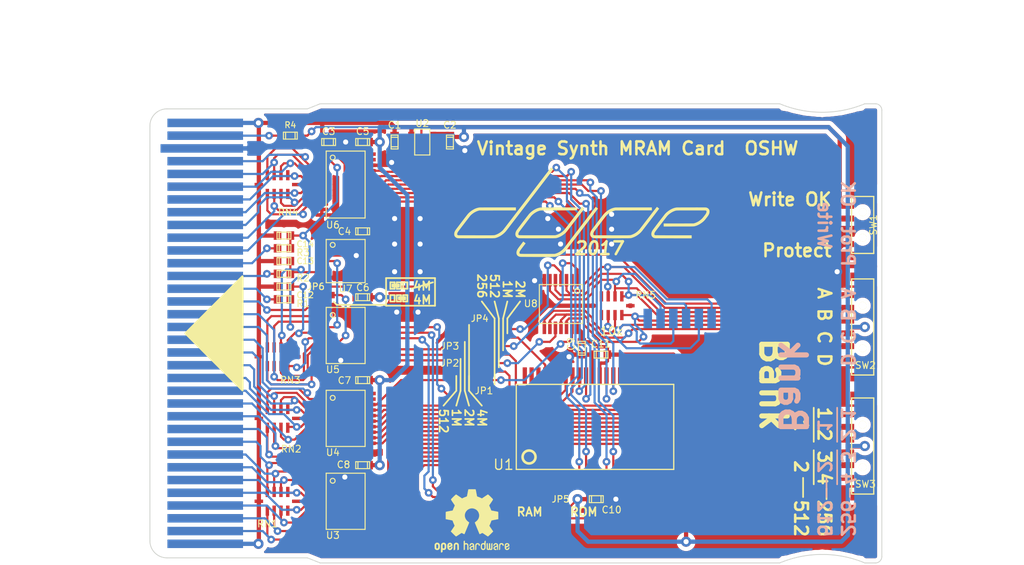
<source format=kicad_pcb>
(kicad_pcb (version 20211014) (generator pcbnew)
  (layers (0 "F.Cu" signal) (31 "B.Cu" signal) (34 "B.Paste" user) (35 "F.Paste" user) (36 "B.SilkS" user "B.Silkscreen") (37 "F.SilkS" user "F.Silkscreen") (38 "B.Mask" user) (39 "F.Mask" user) (44 "Edge.Cuts" user))
  (net 0 "")
  (net 1 "+3.3V")
  (net 2 "+5V")
  (net 3 "/A0C")
  (net 4 "/A0M")
  (net 5 "/A10C")
  (net 6 "/A10M")
  (net 7 "/A11C")
  (net 8 "/A11M")
  (net 9 "/A12C")
  (net 10 "/A12M")
  (net 11 "/A13C")
  (net 12 "/A13M")
  (net 13 "/A14C")
  (net 14 "/A14M")
  (net 15 "/A15C")
  (net 16 "/A15M")
  (net 17 "/A15M_C")
  (net 18 "/A15M_SW")
  (net 19 "/A16C")
  (net 20 "/A16M")
  (net 21 "/A16M_C")
  (net 22 "/A17C")
  (net 23 "/A17M")
  (net 24 "/A18M")
  (net 25 "/A1C")
  (net 26 "/A1M")
  (net 27 "/A2C")
  (net 28 "/A2M")
  (net 29 "/A3C")
  (net 30 "/A3M")
  (net 31 "/A4C")
  (net 32 "/A4M")
  (net 33 "/A5C")
  (net 34 "/A5M")
  (net 35 "/A6C")
  (net 36 "/A6M")
  (net 37 "/A7C")
  (net 38 "/A7M")
  (net 39 "/A8C")
  (net 40 "/A8M")
  (net 41 "/A9C")
  (net 42 "/A9M")
  (net 43 "/BANK2")
  (net 44 "/BANK3")
  (net 45 "/BANK4")
  (net 46 "/BANKB")
  (net 47 "/BANKC")
  (net 48 "/BANKD")
  (net 49 "/CEC")
  (net 50 "/D0C")
  (net 51 "/D0M")
  (net 52 "/D1C")
  (net 53 "/D1M")
  (net 54 "/D2C")
  (net 55 "/D2M")
  (net 56 "/D3C")
  (net 57 "/D3M")
  (net 58 "/D4C")
  (net 59 "/D4M")
  (net 60 "/D5C")
  (net 61 "/D5M")
  (net 62 "/D6C")
  (net 63 "/D6M")
  (net 64 "/D7C")
  (net 65 "/D7M")
  (net 66 "/WR_EN")
  (net 67 "/~{CEC}")
  (net 68 "/~{CEM}")
  (net 69 "/~{OEC}")
  (net 70 "/~{OEM}")
  (net 71 "/~{WEC}")
  (net 72 "/~{WEM}")
  (net 73 "GND")
  (net 74 "Net-(C12-Pad1)")
  (net 75 "Net-(C13-Pad1)")
  (net 76 "Net-(C14-Pad1)")
  (net 77 "Net-(RN3-Pad10)")
  (net 78 "Net-(RN3-Pad5)")
  (net 79 "Net-(RN5-Pad10)")
  (net 80 "Net-(RN5-Pad2)")
  (net 81 "Net-(SW2-Pad2)")
  (net 82 "Net-(SW3-Pad2)")
  (net 83 "Net-(U1-Pad1)")
  (net 84 "Net-(U1-Pad2)")
  (net 85 "Net-(U1-Pad21)")
  (net 86 "Net-(U1-Pad22)")
  (net 87 "Net-(U1-Pad23)")
  (net 88 "Net-(U1-Pad24)")
  (net 89 "Net-(U1-Pad30)")
  (net 90 "Net-(U1-Pad42)")
  (net 91 "Net-(U1-Pad43)")
  (net 92 "Net-(U1-Pad44)")
  (net 93 "Net-(U2-Pad4)")
  (net 94 "Net-(U5-Pad14)")
  (net 95 "Net-(U5-Pad18)")
  (net 96 "Net-(U7-Pad1)")
  (net 97 "Net-(U7-Pad10)")
  (net 98 "Net-(U7-Pad13)")
  (net 99 "Net-(J1-Pad33)")
  (net 100 "/A17M_C")
  (net 101 "/A18M_C")
  (net 102 "/A18C")
  (footprint "tssop-20" (layer "F.Cu") (at 63 86.75 -90)
    (fp_text reference "U3")
    (fp_text value "74LVX541" hide)
  )
  (footprint "tssop-14" (layer "F.Cu") (at 63 58.5 -90)
    (fp_text reference "U7")
    (fp_text value "74HC02" hide)
  )
  (footprint "tssop-14" (layer "F.Cu") (at 88.3 63.55 180)
    (fp_text reference "U8")
    (fp_text value "74HC02" hide)
  )
  (footprint "SOT23-5" (layer "F.Cu") (at 72 44.5 -90)
    (fp_text reference "U2")
    (fp_text value "MIC5265-3.3YD5" hide)
  )
  (footprint "CAT25" (layer "F.Cu") (at 55 86.75 180)
    (fp_text reference "RN1")
    (fp_text value "10k" hide)
  )
  (footprint "CAT25" (layer "F.Cu") (at 94.25 63.75)
    (fp_text reference "RN5")
    (fp_text value "10k")
  )
  (footprint "CAT25" (layer "F.Cu") (at 55 49.5 180)
    (fp_text reference "RN4")
    (fp_text value "10k" hide)
  )
  (footprint "CAT25" (layer "F.Cu") (at 55 77 180)
    (fp_text reference "RN2")
    (fp_text value "10k" hide)
  )
  (footprint "c_0603" (layer "F.Cu") (at 65 82.5)
    (fp_text reference "C8")
    (fp_text value "100n" hide)
  )
  (footprint "c_0603" (layer "F.Cu") (at 75.25 44.5 90)
    (fp_text reference "C2")
    (fp_text value "1uF X7R" hide)
  )
  (footprint "c_0603" (layer "F.Cu") (at 65 72.5)
    (fp_text reference "C7")
    (fp_text value "100n" hide)
  )
  (footprint "c_0603" (layer "F.Cu") (at 65 62.75)
    (fp_text reference "C6")
    (fp_text value "100n" hide)
  )
  (footprint "c_0603" (layer "F.Cu") (at 65 55)
    (fp_text reference "C4")
    (fp_text value "100n" hide)
  )
  (footprint "c_0603" (layer "F.Cu") (at 68.75 44.5 90)
    (fp_text reference "C1")
    (fp_text value "1uF X7R" hide)
  )
  (footprint "c_0603" (layer "F.Cu") (at 93 69.5)
    (fp_text reference "C11")
    (fp_text value "100n" hide)
  )
  (footprint "c_0603" (layer "F.Cu") (at 92.45 86.5 180)
    (fp_text reference "C10")
    (fp_text value "100n" hide)
  )
  (footprint "CUS-14B" (layer "F.Cu") (at 123.75 66.25 90)
    (fp_text reference "SW2")
    (fp_text value "SP4T" hide)
  )
  (footprint "CUS-14B" (layer "F.Cu") (at 123.75 80.25 90)
    (fp_text reference "SW3")
    (fp_text value "SP4T" hide)
  )
  (footprint "CUS-12B" (layer "F.Cu") (at 123.75 54.25 90)
    (fp_text reference "SW1")
    (fp_text value "SPDT" hide)
  )
  (footprint "tssop-20" (layer "F.Cu") (at 63 67.25 -90)
    (fp_text reference "U5")
    (fp_text value "74LVX541" hide)
  )
  (footprint "tssop-20" (layer "F.Cu") (at 63 77 -90)
    (fp_text reference "U4")
    (fp_text value "74LVX541" hide)
  )
  (footprint "tssop-24" (layer "F.Cu") (at 63 49.5 -90)
    (fp_text reference "U6")
    (fp_text value "74LVX4245" hide)
  )
  (footprint "S_JUMPER_3" (layer "F.Cu") (at 79 72.5)
    (fp_text reference "JP1")
    (fp_text value "JUMPER3" hide)
  )
  (footprint "S_JUMPER_3" (layer "F.Cu") (at 79 70.5)
    (fp_text reference "JP2")
    (fp_text value "JUMPER3" hide)
  )
  (footprint "dojoe" (layer "F.Cu") (at 90.75 52.75)
    (fp_text reference "VAL" hide)
    (fp_text value "REF" hide)
  )
  (footprint "c_0603" (layer "F.Cu") (at 55.75 63 180)
    (fp_text reference "R1")
    (fp_text value "100R" hide)
  )
  (footprint "c_0603" (layer "F.Cu") (at 55.75 60 180)
    (fp_text reference "R2")
    (fp_text value "100R" hide)
  )
  (footprint "c_0603" (layer "F.Cu") (at 55.75 57 180)
    (fp_text reference "R3")
    (fp_text value "100R" hide)
  )
  (footprint "S_JUMPER_3" (layer "F.Cu") (at 79 68.5)
    (fp_text reference "JP3")
    (fp_text value "JUMPER3" hide)
  )
  (footprint "c_0603" (layer "F.Cu") (at 55.75 61.5)
    (fp_text reference "C12")
    (fp_text value "100p" hide)
  )
  (footprint "c_0603" (layer "F.Cu") (at 55.75 55.5)
    (fp_text reference "C14")
    (fp_text value "100p" hide)
  )
  (footprint "c_0603" (layer "F.Cu") (at 90.75 68.75 90)
    (fp_text reference "C9")
    (fp_text value "100n" hide)
  )
  (footprint "CAT25" (layer "F.Cu") (at 55 69.75 180)
    (fp_text reference "RN3")
    (fp_text value "10k" hide)
  )
  (footprint "c_0603" (layer "F.Cu") (at 65 44.5)
    (fp_text reference "C5")
    (fp_text value "100n" hide)
  )
  (footprint "c_0603" (layer "F.Cu") (at 61 44.5 180)
    (fp_text reference "C3")
    (fp_text value "100n" hide)
  )
  (footprint "c_0603" (layer "F.Cu") (at 55.75 58.5)
    (fp_text reference "C13")
    (fp_text value "100p" hide)
  )
  (footprint "c_0603" (layer "F.Cu") (at 56.5 43.75 180)
    (fp_text reference "R4")
    (fp_text value "100R" hide)
  )
  (footprint "S_JUMPER_3" (layer "F.Cu") (at 79 66.5)
    (fp_text reference "JP4")
    (fp_text value "JUMPER3" hide)
  )
  (footprint "S_JUMPER_3" (layer "F.Cu") (at 87.75 87.75 180)
    (fp_text reference "JP5")
    (fp_text value "JUMPER3" hide)
  )
  (footprint "open-project:S_JUMPER_3" (layer "F.Cu") (at 60.75 62.5)
    (fp_text reference "JP6")
    (fp_text value "JUMPER3" hide)
  )
  (footprint "TSOP2-44" (layer "F.Cu") (at 92.45 78 90)
    (fp_text reference "U1")
    (fp_text value "EST-MR2A08A" hide)
  )
  (footprint "Symbol:OSHW-Logo2_9.8x8mm_SilkScreen" (layer "F.Cu") (at 77.846 89.047)
    (fp_text reference "REF**" hide)
    (fp_text value "OSHW-Logo2_9.8x8mm_SilkScreen" hide)
  )
  (footprint "EDGE1S34" (layer "B.Cu") (at 40 94 90)
    (fp_text reference "J1" hide)
    (fp_text value "D50-EDGECONN" hide)
  )
  (footprint "6P_TESTPT" (layer "B.Cu") (at 103 65.25)
    (fp_text reference "TP1" hide)
    (fp_text value "CONN_6" hide)
  )
  (gr_line (start 120.75 80.75) (end 120.75 84.75) (layer "B.SilkS") (width 0.2))
  (gr_line (start 120.75 75.75) (end 120.75 79.75) (layer "B.SilkS") (width 0.2))
  (gr_line (start 119.5 86.25) (end 119.5 84) (layer "B.SilkS") (width 0.2))
  (gr_line (start 122.25 86.25) (end 122.25 85.25) (layer "B.SilkS") (width 0.2))
  (gr_line (start 70.25 62.5) (end 69.75 62.5) (layer "F.SilkS") (width 0.2))
  (gr_line (start 70.25 63.25) (end 70.25 62.5) (layer "F.SilkS") (width 0.2))
  (gr_line (start 69.75 63.25) (end 70.25 63.25) (layer "F.SilkS") (width 0.2))
  (gr_line (start 69.75 62.5) (end 69.75 63.25) (layer "F.SilkS") (width 0.2))
  (gr_line (start 69.5 62.5) (end 69 62.5) (layer "F.SilkS") (width 0.2))
  (gr_line (start 69.5 63.25) (end 69.5 62.5) (layer "F.SilkS") (width 0.2))
  (gr_line (start 69 63.25) (end 69.5 63.25) (layer "F.SilkS") (width 0.2))
  (gr_line (start 69 62.5) (end 69 63.25) (layer "F.SilkS") (width 0.2))
  (gr_line (start 68.75 62.5) (end 68.25 62.5) (layer "F.SilkS") (width 0.2))
  (gr_line (start 68.75 63.25) (end 68.75 62.5) (layer "F.SilkS") (width 0.2))
  (gr_line (start 68.25 63.25) (end 68.75 63.25) (layer "F.SilkS") (width 0.2))
  (gr_line (start 68.25 62.5) (end 68.25 63.25) (layer "F.SilkS") (width 0.2))
  (gr_line (start 70.75 61.75) (end 73.25 61) (layer "F.SilkS") (width 0.2))
  (gr_line (start 69.25 61.25) (end 69.25 61.5) (layer "F.SilkS") (width 0.2))
  (gr_line (start 68.5 61.5) (end 68.5 61.25) (layer "F.SilkS") (width 0.2))
  (gr_line (start 70.25 61.75) (end 70.25 61) (layer "F.SilkS") (width 0.2))
  (gr_line (start 77 73.75) (end 77 68) (layer "F.SilkS") (width 0.2))
  (gr_line (start 81 65.25) (end 80.5 63.25) (layer "F.SilkS") (width 0.2))
  (gr_line (start 118 75.75) (end 118 79.75) (layer "F.SilkS") (width 0.2))
  (gr_line (start 118 80.75) (end 118 84.75) (layer "F.SilkS") (width 0.2))
  (gr_line (start 68.75 61) (end 68.25 61) (layer "F.SilkS") (width 0.2))
  (gr_line (start 67.75 60.5) (end 67.75 63.75) (layer "F.SilkS") (width 0.2))
  (gr_line (start 69.25 63) (end 69.25 62.75) (layer "F.SilkS") (width 0.2))
  (gr_line (start 68.5 61.25) (end 69.25 61.25) (layer "F.SilkS") (width 0.2))
  (gr_line (start 73.5 60.5) (end 67.75 60.5) (layer "F.SilkS") (width 0.2))
  (gr_line (start 81.5 65.25) (end 82 63.25) (layer "F.SilkS") (width 0.2))
  (gr_line (start 68.75 61.75) (end 68.75 61) (layer "F.SilkS") (width 0.2))
  (gr_line (start 80.5 65.25) (end 80.5 73) (layer "F.SilkS") (width 0.2))
  (gr_line (start 69.25 62.875) (end 70 62.875) (layer "F.SilkS") (width 0.2))
  (gr_line (start 116.75 86.25) (end 116.75 84) (layer "F.SilkS") (width 0.2))
  (gr_line (start 69 61.75) (end 69.5 61.75) (layer "F.SilkS") (width 0.2))
  (gr_line (start 70.25 61) (end 69.75 61) (layer "F.SilkS") (width 0.2))
  (gr_line (start 69.25 61.5) (end 68.5 61.5) (layer "F.SilkS") (width 0.2))
  (gr_line (start 77.5 73.75) (end 77.5 72) (layer "F.SilkS") (width 0.2))
  (gr_line (start 69.25 62.75) (end 70 62.75) (layer "F.SilkS") (width 0.2))
  (gr_line (start 61.95 63.65) (end 61.6 63.3) (layer "F.SilkS") (width 0.2))
  (gr_line (start 69.5 61.75) (end 69.5 61) (layer "F.SilkS") (width 0.2))
  (gr_line (start 82 65.25) (end 82 67) (layer "F.SilkS") (width 0.2))
  (gr_line (start 77.5 73.75) (end 79 75.5) (layer "F.SilkS") (width 0.2))
  (gr_line (start 69.5 61) (end 69 61) (layer "F.SilkS") (width 0.2))
  (gr_line (start 81.5 65.25) (end 81.5 69) (layer "F.SilkS") (width 0.2))
  (gr_line (start 76 72) (end 76 73.75) (layer "F.SilkS") (width 0.2))
  (gr_line (start 80.5 65.25) (end 79 63.25) (layer "F.SilkS") (width 0.2))
  (gr_line (start 68.25 61) (end 68.25 61.75) (layer "F.SilkS") (width 0.2))
  (gr_line (start 69 61) (end 69 61.75) (layer "F.SilkS") (width 0.2))
  (gr_line (start 68.25 61.75) (end 68.75 61.75) (layer "F.SilkS") (width 0.2))
  (gr_line (start 61.95 63.65) (end 67.65 63.65) (layer "F.SilkS") (width 0.2))
  (gr_line (start 77 73.75) (end 77.5 75.5) (layer "F.SilkS") (width 0.2))
  (gr_line (start 69.75 61.75) (end 70.25 61.75) (layer "F.SilkS") (width 0.2))
  (gr_line (start 67.75 63.75) (end 73.5 63.75) (layer "F.SilkS") (width 0.2))
  (gr_line (start 77.5 73.75) (end 77.5 66) (layer "F.SilkS") (width 0.2))
  (gr_line (start 82 65.25) (end 83.5 63.25) (layer "F.SilkS") (width 0.2))
  (gr_line (start 76.5 73.75) (end 76.5 70) (layer "F.SilkS") (width 0.2))
  (gr_line (start 73.5 63.75) (end 73.5 60.5) (layer "F.SilkS") (width 0.2))
  (gr_line (start 69.75 61) (end 69.75 61.75) (layer "F.SilkS") (width 0.2))
  (gr_line (start 81 65.25) (end 81 71) (layer "F.SilkS") (width 0.2))
  (gr_line (start 76 73.75) (end 74.5 75.5) (layer "F.SilkS") (width 0.2))
  (gr_line (start 70 62.75) (end 70 63) (layer "F.SilkS") (width 0.2))
  (gr_line (start 68.5 61.375) (end 69.25 61.375) (layer "F.SilkS") (width 0.2))
  (gr_line (start 70 63) (end 69.25 63) (layer "F.SilkS") (width 0.2))
  (gr_line (start 76.5 73.75) (end 76 75.5) (layer "F.SilkS") (width 0.2))
  (gr_line (start 119.5 86.5) (end 119.5 85.25) (layer "F.SilkS") (width 0.2))
  (gr_arc (start 42 93.4) (mid 40.585786 92.814214) (end 40 91.4) (layer "Edge.Cuts") (width 0.1))
  (gr_arc (start 40 42.6) (mid 40.585786 41.185786) (end 42 40.6) (layer "Edge.Cuts") (width 0.1))
  (gr_line (start 42 40.6) (end 58.5 40.6) (layer "Edge.Cuts") (width 0.1))
  (gr_line (start 58.5 93.4) (end 60 94) (layer "Edge.Cuts") (width 0.1))
  (gr_line (start 125.25 40) (end 124 40) (layer "Edge.Cuts") (width 0.1))
  (gr_line (start 126 93.25) (end 126 40.75) (layer "Edge.Cuts") (width 0.1))
  (gr_line (start 58.5 40.6) (end 60 40) (layer "Edge.Cuts") (width 0.1))
  (gr_arc (start 125.25 40) (mid 125.78033 40.21967) (end 126 40.75) (layer "Edge.Cuts") (width 0.1))
  (gr_line (start 60 94) (end 114 94) (layer "Edge.Cuts") (width 0.1))
  (gr_line (start 125.25 94) (end 124 94) (layer "Edge.Cuts") (width 0.1))
  (gr_line (start 42 93.4) (end 58.5 93.4) (layer "Edge.Cuts") (width 0.1))
  (gr_line (start 40 42.6) (end 40 91.4) (layer "Edge.Cuts") (width 0.1))
  (gr_arc (start 126 93.25) (mid 125.78033 93.78033) (end 125.25 94) (layer "Edge.Cuts") (width 0.1))
  (gr_line (start 60 40) (end 114 40) (layer "Edge.Cuts") (width 0.1))
  (gr_arc (start 114 94) (mid 119 93) (end 124 94) (layer "Edge.Cuts") (width 0.1))
  (gr_arc (start 124 40) (mid 119 41) (end 114 40) (layer "Edge.Cuts") (width 0.1))
  (gr_text "Bank" (at 115.5 73.25 270) (layer "B.SilkS") (effects (font (size 3 3) (thickness 0.6)) (justify mirror)))
  (gr_text "Prot" (at 122 56.8 270) (layer "B.SilkS") (effects (font (size 1.5 1.5) (thickness 0.3)) (justify mirror)))
  (gr_text "512" (at 119.25 88.75 270) (layer "B.SilkS") (effects (font (size 1.5 1.5) (thickness 0.3)) (justify mirror)))
  (gr_text "Write" (at 119.25 54.25 270) (layer "B.SilkS") (effects (font (size 1.5 1.5) (thickness 0.3)) (justify mirror)))
  (gr_text "2   1" (at 119.25 80.25 270) (layer "B.SilkS") (effects (font (size 1.5 1.5) (thickness 0.3)) (justify mirror)))
  (gr_text "256" (at 122 88.75 270) (layer "B.SilkS") (effects (font (size 1.5 1.5) (thickness 0.3)) (justify mirror)))
  (gr_text "4 3 2 1" (at 122 80.25 270) (layer "B.SilkS") (effects (font (size 1.5 1.5) (thickness 0.3)) (justify mirror)))
  (gr_text "D C B A" (at 122 66.25 270) (layer "B.SilkS") (effects (font (size 1.5 1.5) (thickness 0.3)) (justify mirror)))
  (gr_text "OK" (at 122 50.6 270) (layer "B.SilkS") (effects (font (size 1.5 1.5) (thickness 0.3)) (justify mirror)))
  (gr_text "4M" (at 79 75.75 270) (layer "F.SilkS") (effects (font (size 1 1) (thickness 0.2)) (justify left)))
  (gr_text "2M" (at 83.5 63 270) (layer "F.SilkS") (effects (font (size 1 1) (thickness 0.2)) (justify right)))
  (gr_text "1M" (at 82 63 270) (layer "F.SilkS") (effects (font (size 1 1) (thickness 0.2)) (justify right)))
  (gr_text "512" (at 80.5 63 270) (layer "F.SilkS") (effects (font (size 1 1) (thickness 0.2)) (justify right)))
  (gr_text "4M\n4M" (at 72 62.25) (layer "F.SilkS") (effects (font (size 1 1) (thickness 0.2))))
  (gr_text "ROM" (at 89.25 88) (layer "F.SilkS") (effects (font (size 1 1) (thickness 0.2)) (justify left)))
  (gr_text "2017" (at 92.75 57) (layer "F.SilkS") (effects (font (size 1.5 1.5) (thickness 0.3) italic)))
  (gr_text "1   2" (at 116.5 80.25 270) (layer "F.SilkS") (effects (font (size 1.5 1.5) (thickness 0.3))))
  (gr_text "256" (at 119.25 88.75 270) (layer "F.SilkS") (effects (font (size 1.5 1.5) (thickness 0.3))))
  (gr_text "Bank" (at 113.25 73 270) (layer "F.SilkS") (effects (font (size 3 3) (thickness 0.6))))
  (gr_text "1M" (at 76 75.75 270) (layer "F.SilkS") (effects (font (size 1 1) (thickness 0.2)) (justify left)))
  (gr_text "512" (at 74.5 75.75 270) (layer "F.SilkS") (effects (font (size 1 1) (thickness 0.2)) (justify left)))
  (gr_text "1 2 3 4" (at 119.25 80.25 270) (layer "F.SilkS") (effects (font (size 1.5 1.5) (thickness 0.3))))
  (gr_text "Write OK" (at 120.25 51.25) (layer "F.SilkS") (effects (font (size 1.5 1.5) (thickness 0.3)) (justify right)))
  (gr_text "2M" (at 77.5 75.75 270) (layer "F.SilkS") (effects (font (size 1 1) (thickness 0.2)) (justify left)))
  (gr_text "Protect" (at 120.25 57.25) (layer "F.SilkS") (effects (font (size 1.5 1.5) (thickness 0.3)) (justify right)))
  (gr_text "512" (at 116.5 88.75 270) (layer "F.SilkS") (effects (font (size 1.5 1.5) (thickness 0.3))))
  (gr_text "256" (at 79 63 270) (layer "F.SilkS") (effects (font (size 1 1) (thickness 0.2)) (justify right)))
  (gr_text "A B C D" (at 119.25 66.25 270) (layer "F.SilkS") (effects (font (size 1.5 1.5) (thickness 0.3))))
  (gr_text "RAM" (at 86.25 88) (layer "F.SilkS") (effects (font (size 1 1) (thickness 0.2)) (justify right)))
  (gr_text "Vintage Synth MRAM Card  OSHW" (at 78.25 45.25) (layer "F.SilkS") (effects (font (size 1.5 1.5) (thickness 0.3)) (justify left)))
  (segment (start 65.79908 44.54724) (end 65.75184 44.5) (width 0.4) (layer "F.Cu") (net 1))
  (segment (start 65.79908 62.79724) (end 65.75184 62.75) (width 0.4) (layer "F.Cu") (net 1))
  (segment (start 65.79908 72.54724) (end 65.75184 72.5) (width 0.4) (layer "F.Cu") (net 1))
  (segment (start 65.79908 82.54724) (end 65.75184 82.5) (width 0.4) (layer "F.Cu") (net 1))
  (segment (start 75.04934 43.5475) (end 75.25 43.74816) (width 0.5) (layer "F.Cu") (net 1))
  (segment (start 65.75184 44.5) (end 67 44.5) (width 0.5) (layer "F.Cu") (net 1))
  (segment (start 67 72.5) (end 65.75184 72.5) (width 0.5) (layer "F.Cu") (net 1))
  (segment (start 92.04846 86.1497) (end 92.04846 84) (width 0.5) (layer "F.Cu") (net 1))
  (segment (start 75.40184 43.9) (end 76.9 43.9) (width 0.5) (layer "F.Cu") (net 1))
  (segment (start 122 80.3) (end 122 79.5) (width 0.5) (layer "F.Cu") (net 1))
  (segment (start 122 66.3) (end 122 65.5) (width 0.5) (layer "F.Cu") (net 1))
  (segment (start 124 80.25) (end 123.95 80.3) (width 0.5) (layer "F.Cu") (net 1))
  (segment (start 123.95 80.3) (end 122 80.3) (width 0.5) (layer "F.Cu") (net 1))
  (segment (start 123.95 66.3) (end 124 66.25) (width 0.5) (layer "F.Cu") (net 1))
  (segment (start 90.24816 66.35164) (end 90.25072 66.34908) (width 0.4) (layer "F.Cu") (net 1))
  (segment (start 93 70.5) (end 93.5 70.5) (width 0.4) (layer "F.Cu") (net 1))
  (segment (start 93.5 70.5) (end 93.75184 70.24816) (width 0.4) (layer "F.Cu") (net 1))
  (segment (start 93.75184 69.5) (end 93.75184 70.24816) (width 0.4) (layer "F.Cu") (net 1))
  (segment (start 93.75184 68.75184) (end 93.577002 68.577002) (width 0.4) (layer "F.Cu") (net 1))
  (segment (start 93.577002 68.577002) (end 92.577002 68.577002) (width 0.4) (layer "F.Cu") (net 1))
  (segment (start 92.577002 68.577002) (end 91.99816 67.99816) (width 0.4) (layer "F.Cu") (net 1))
  (segment (start 91.99816 67.99816) (end 90.75 67.99816) (width 0.4) (layer "F.Cu") (net 1))
  (segment (start 90.75 66.84836) (end 90.25072 66.34908) (width 0.4) (layer "F.Cu") (net 1))
  (segment (start 89 87.75) (end 90.25 86.5) (width 0.254) (layer "F.Cu") (net 1))
  (segment (start 101.5 69.5) (end 103 71) (width 0.5) (layer "F.Cu") (net 1))
  (segment (start 103 71) (end 103 91.5) (width 0.5) (layer "F.Cu") (net 1))
  (segment (start 67 82.5) (end 65.75184 82.5) (width 0.5) (layer "F.Cu") (net 1))
  (segment (start 58.5 43.75) (end 59 43.25) (width 0.254) (layer "F.Cu") (net 1))
  (segment (start 92.84936 70.65064) (end 92.84936 72.00002) (width 0.4) (layer "F.Cu") (net 1))
  (segment (start 122 67) (end 122 66.3) (width 0.5) (layer "F.Cu") (net 1))
  (segment (start 73.27 43.5475) (end 75.04934 43.5475) (width 0.5) (layer "F.Cu") (net 1))
  (segment (start 93.75184 69.5) (end 93.75184 68.75184) (width 0.4) (layer "F.Cu") (net 1))
  (segment (start 90.75 67.99816) (end 90.75 66.84836) (width 0.4) (layer "F.Cu") (net 1))
  (segment (start 122 66.3) (end 123.95 66.3) (width 0.5) (layer "F.Cu") (net 1))
  (segment (start 65.79908 83.82392) (end 65.79908 82.54724) (width 0.4) (layer "F.Cu") (net 1))
  (segment (start 58.5 43.75) (end 57.25184 43.75) (width 0.254) (layer "F.Cu") (net 1))
  (segment (start 65.79908 64.32392) (end 65.79908 62.79724) (width 0.4) (layer "F.Cu") (net 1))
  (segment (start 65.79908 45.92622) (end 65.79908 46.57392) (width 0.4) (layer "F.Cu") (net 1))
  (segment (start 93 70.5) (end 92.84936 70.65064) (width 0.4) (layer "F.Cu") (net 1))
  (segment (start 67 62.75) (end 65.75184 62.75) (width 0.5) (layer "F.Cu") (net 1))
  (segment (start 65.79908 45.92622) (end 65.79908 44.54724) (width 0.4) (layer "F.Cu") (net 1))
  (segment (start 91.69816 86.5) (end 90.25 86.5) (width 0.5) (layer "F.Cu") (net 1))
  (segment (start 93.75184 69.5) (end 101.5 69.5) (width 0.5) (layer "F.Cu") (net 1))
  (segment (start 122 81) (end 122 80.3) (width 0.5) (layer "F.Cu") (net 1))
  (segment (start 88.4612 87.75) (end 89 87.75) (width 0.254) (layer "F.Cu") (net 1))
  (segment (start 75.25 43.74816) (end 75.40184 43.9) (width 0.5) (layer "F.Cu") (net 1))
  (segment (start 91.69816 86.5) (end 92.04846 86.1497) (width 0.5) (layer "F.Cu") (net 1))
  (segment (start 65.79908 74.07392) (end 65.79908 72.54724) (width 0.4) (layer "F.Cu") (net 1))
  (via (at 59 43.25) (size 0.9) (drill 0.4) (layers "F.Cu" "B.Cu") (net 1))
  (via (at 103 91.5) (size 1.2) (drill 0.6) (layers "F.Cu" "B.Cu") (net 1))
  (via (at 90.25 86.5) (size 1.2) (drill 0.6) (layers "F.Cu" "B.Cu") (net 1))
  (via (at 124 66.25) (size 1.2) (drill 0.6) (layers "F.Cu" "B.Cu") (net 1))
  (via (at 67 62.75) (size 1.2) (drill 0.6) (layers "F.Cu" "B.Cu") (net 1))
  (via (at 67 72.5) (size 1.2) (drill 0.6) (layers "F.Cu" "B.Cu") (net 1))
  (via (at 76.9 43.9) (size 1.2) (drill 0.6) (layers "F.Cu" "B.Cu") (net 1))
  (via (at 124 80.25) (size 1.2) (drill 0.6) (layers "F.Cu" "B.Cu") (net 1))
  (via (at 67 44.5) (size 1.2) (drill 0.6) (layers "F.Cu" "B.Cu") (net 1))
  (via (at 67 82.5) (size 1.2) (drill 0.6) (layers "F.Cu" "B.Cu") (net 1))
  (segment (start 119.75 42.75) (end 122 45) (width 0.5) (layer "B.Cu") (net 1))
  (segment (start 122 45) (end 122 66.25) (width 0.5) (layer "B.Cu") (net 1))
  (segment (start 124 66.25) (end 122 66.25) (width 0.5) (layer "B.Cu") (net 1))
  (segment (start 122 66.25) (end 122 80.25) (width 0.5) (layer "B.Cu") (net 1))
  (segment (start 76.9 42.75) (end 119.75 42.75) (width 0.5) (layer "B.Cu") (net 1))
  (segment (start 67 42.75) (end 67.5 42.75) (width 0.5) (layer "B.Cu") (net 1))
  (segment (start 122 90.75) (end 121.25 91.5) (width 0.5) (layer "B.Cu") (net 1))
  (segment (start 121.25 91.5) (end 103 91.5) (width 0.5) (layer "B.Cu") (net 1))
  (segment (start 91.5 91.5) (end 90.25 90.25) (width 0.5) (layer "B.Cu") (net 1))
  (segment (start 90.25 90.25) (end 90.25 86.5) (width 0.5) (layer "B.Cu") (net 1))
  (segment (start 103 91.5) (end 91.5 91.5) (width 0.5) (layer "B.Cu") (net 1))
  (segment (start 68.5 72.5) (end 70.25 70.75) (width 0.5) (layer "B.Cu") (net 1))
  (segment (start 70.25 70.75) (end 70.25 62.75) (width 0.5) (layer "B.Cu") (net 1))
  (segment (start 70.25 50.75) (end 67 47.5) (width 0.5) (layer "B.Cu") (net 1))
  (segment (start 70.25 62.75) (end 70.25 50.75) (width 0.5) (layer "B.Cu") (net 1))
  (segment (start 70.75 42.75) (end 76.9 42.75) (width 0.5) (layer "B.Cu") (net 1))
  (segment (start 67.5 42.75) (end 70.75 42.75) (width 0.5) (layer "B.Cu") (net 1))
  (segment (start 59 43.25) (end 59.5 42.75) (width 0.254) (layer "B.Cu") (net 1))
  (segment (start 67 42.75) (end 59.5 42.75) (width 0.254) (layer "B.Cu") (net 1))
  (segment (start 67 62.75) (end 70.25 62.75) (width 0.5) (layer "B.Cu") (net 1))
  (segment (start 67 44.5) (end 67 42.75) (width 0.5) (layer "B.Cu") (net 1))
  (segment (start 67 72.5) (end 68.5 72.5) (width 0.5) (layer "B.Cu") (net 1))
  (segment (start 76.9 42.75) (end 76.9 43.9) (width 0.5) (layer "B.Cu") (net 1))
  (segment (start 67 72.5) (end 67 82.5) (width 0.5) (layer "B.Cu") (net 1))
  (segment (start 122 80.25) (end 122 90.75) (width 0.5) (layer "B.Cu") (net 1))
  (segment (start 122 80.25) (end 124 80.25) (width 0.5) (layer "B.Cu") (net 1))
  (segment (start 67 44.5) (end 67 47.5) (width 0.5) (layer "B.Cu") (net 1))
  (segment (start 70.8525 45.4525) (end 70.73 45.4525) (width 0.5) (layer "F.Cu") (net 2))
  (segment (start 68.75 42.75) (end 70.73 42.75) (width 0.5) (layer "F.Cu") (net 2))
  (segment (start 70.73 42.75) (end 71.9 42.75) (width 0.5) (layer "F.Cu") (net 2))
  (segment (start 121.65 52) (end 121.05 51.4) (width 0.5) (layer "F.Cu") (net 2))
  (segment (start 121.05 44.05) (end 119.75 42.75) (width 0.5) (layer "F.Cu") (net 2))
  (segment (start 65.79908 55.04724) (end 65.75184 55) (width 0.4) (layer "F.Cu") (net 2))
  (segment (start 65.75184 54.50184) (end 65.25 54) (width 0.5) (layer "F.Cu") (net 2))
  (segment (start 65.25 54) (end 64.5 54) (width 0.5) (layer "F.Cu") (net 2))
  (segment (start 64.5 54) (end 63 52.5) (width 0.5) (layer "F.Cu") (net 2))
  (segment (start 63 52.5) (end 63 47) (width 0.5) (layer "F.Cu") (net 2))
  (segment (start 71.9 42.75) (end 71.75 42.75) (width 0.254) (layer "F.Cu") (net 2))
  (segment (start 71.75 42.75) (end 119.75 42.75) (width 0.5) (layer "F.Cu") (net 2))
  (segment (start 71.5475 45.4525) (end 71.9 45.1) (width 0.254) (layer "F.Cu") (net 2))
  (segment (start 71.9 45.1) (end 71.9 42.75) (width 0.254) (layer "F.Cu") (net 2))
  (segment (start 60.20092 44.54724) (end 60.24816 44.5) (width 0.4) (layer "F.Cu") (net 2))
  (segment (start 52.8 91.7) (end 52.75 91.75) (width 0.5) (layer "F.Cu") (net 2))
  (segment (start 52.8 42.3) (end 52.75 42.25) (width 0.5) (layer "F.Cu") (net 2))
  (segment (start 52.8 55.5) (end 52.8 49.5) (width 0.5) (layer "F.Cu") (net 2))
  (segment (start 52.8 58.5) (end 52.8 55.5) (width 0.5) (layer "F.Cu") (net 2))
  (segment (start 52.8 61.5) (end 52.8 58.5) (width 0.5) (layer "F.Cu") (net 2))
  (segment (start 68.25 42.25) (end 68.75 42.75) (width 0.5) (layer "F.Cu") (net 2))
  (segment (start 60.24816 42.25) (end 60.25 42.25) (width 0.5) (layer "F.Cu") (net 2))
  (segment (start 60.25 42.25) (end 68.25 42.25) (width 0.5) (layer "F.Cu") (net 2))
  (segment (start 52.8 69.75) (end 52.8 61.5) (width 0.5) (layer "F.Cu") (net 2))
  (segment (start 54.99816 55.5) (end 52.8 55.5) (width 0.5) (layer "F.Cu") (net 2))
  (segment (start 60.24816 44.5) (end 60.24816 42.25) (width 0.5) (layer "F.Cu") (net 2))
  (segment (start 70.73 45.4525) (end 71.5475 45.4525) (width 0.254) (layer "F.Cu") (net 2))
  (segment (start 65.75184 55) (end 65.75184 54.50184) (width 0.5) (layer "F.Cu") (net 2))
  (segment (start 70.73 43.5475) (end 70.73 42.75) (width 0.5) (layer "F.Cu") (net 2))
  (segment (start 63 47) (end 61.75 45.75) (width 0.5) (layer "F.Cu") (net 2))
  (segment (start 65.79908 56.54928) (end 65.79908 55.04724) (width 0.4) (layer "F.Cu") (net 2))
  (segment (start 52.75 42.25) (end 60.25 42.25) (width 0.5) (layer "F.Cu") (net 2))
  (segment (start 52.8 86.75) (end 52.8 77) (width 0.5) (layer "F.Cu") (net 2))
  (segment (start 52.8 49.5) (end 52.8 42.3) (width 0.5) (layer "F.Cu") (net 2))
  (segment (start 61.75 45.75) (end 60.20092 45.75) (width 0.5) (layer "F.Cu") (net 2))
  (segment (start 68.75 43.74816) (end 68.75 42.75) (width 0.5) (layer "F.Cu") (net 2))
  (segment (start 54.99816 58.5) (end 52.8 58.5) (width 0.5) (layer "F.Cu") (net 2))
  (segment (start 52.8 86.75) (end 52.8 91.7) (width 0.5) (layer "F.Cu") (net 2))
  (segment (start 52.8 77) (end 52.8 69.75) (width 0.5) (layer "F.Cu") (net 2))
  (segment (start 121.65 52) (end 122 52) (width 0.5) (layer "F.Cu") (net 2))
  (segment (start 54.99816 61.5) (end 52.8 61.5) (width 0.5) (layer "F.Cu") (net 2))
  (segment (start 60.20092 45.92622) (end 60.20092 44.54724) (width 0.4) (layer "F.Cu") (net 2))
  (segment (start 121.05 51.4) (end 121.05 44.05) (width 0.5) (layer "F.Cu") (net 2))
  (via (at 52.75 91.75) (size 1.2) (drill 0.6) (layers "F.Cu" "B.Cu") (net 2))
  (via (at 52.75 42.25) (size 1.2) (drill 0.6) (layers "F.Cu" "B.Cu") (net 2))
  (segment (start 52.75 42.25) (end 46.5 42.25) (width 0.5) (layer "B.Cu") (net 2))
  (segment (start 52.75 91.75) (end 46.5 91.75) (width 0.5) (layer "B.Cu") (net 2))
  (segment (start 58.72416 89.02584) (end 56.5 91.25) (width 0.254) (layer "F.Cu") (net 3))
  (segment (start 56.5 91.25) (end 54.25 91.25) (width 0.254) (layer "F.Cu") (net 3))
  (segment (start 54.25 91.25) (end 53.8 90.8) (width 0.254) (layer "F.Cu") (net 3))
  (segment (start 53.8 90.8) (end 53.8 87.85) (width 0.254) (layer "F.Cu") (net 3))
  (segment (start 60.20092 89.02584) (end 58.72416 89.02584) (width 0.254) (layer "F.Cu") (net 3))
  (via (at 54.25 91.25) (size 0.9) (drill 0.4) (layers "F.Cu" "B.Cu") (net 3))
  (segment (start 53.25 90.25) (end 54.25 91.25) (width 0.254) (layer "B.Cu") (net 3))
  (segment (start 46.5 90.25) (end 53.25 90.25) (width 0.254) (layer "B.Cu") (net 3))
  (segment (start 85.64766 82.84766) (end 85.3 82.5) (width 0.254) (layer "F.Cu") (net 4))
  (segment (start 70.07392 89.67608) (end 71.5 88.25) (width 0.254) (layer "F.Cu") (net 4))
  (segment (start 71.5 88.25) (end 71.5 83.25) (width 0.254) (layer "F.Cu") (net 4))
  (segment (start 71.5 83.25) (end 72.25 82.5) (width 0.254) (layer "F.Cu") (net 4))
  (segment (start 72.25 82.5) (end 85.3 82.5) (width 0.254) (layer "F.Cu") (net 4))
  (segment (start 65.79908 89.67608) (end 70.07392 89.67608) (width 0.254) (layer "F.Cu") (net 4))
  (segment (start 85.64766 82.84766) (end 85.64766 84) (width 0.254) (layer "F.Cu") (net 4))
  (segment (start 60.20092 77.97536) (end 58.52464 77.97536) (width 0.254) (layer "F.Cu") (net 5))
  (segment (start 55.4 79.15) (end 55.4 78.1) (width 0.254) (layer "F.Cu") (net 5))
  (segment (start 55.75 79.5) (end 55.4 79.15) (width 0.254) (layer "F.Cu") (net 5))
  (segment (start 57 79.5) (end 56.25 79.5) (width 0.254) (layer "F.Cu") (net 5))
  (segment (start 58.52464 77.97536) (end 57 79.5) (width 0.254) (layer "F.Cu") (net 5))
  (segment (start 56.25 79.5) (end 55.75 79.5) (width 0.254) (layer "F.Cu") (net 5))
  (via (at 56.25 79.5) (size 0.9) (drill 0.4) (layers "F.Cu" "B.Cu") (net 5))
  (segment (start 52 75.25) (end 56.25 79.5) (width 0.254) (layer "B.Cu") (net 5))
  (segment (start 46.5 75.25) (end 52 75.25) (width 0.254) (layer "B.Cu") (net 5))
  (segment (start 98.55 77.5) (end 99.24936 76.80064) (width 0.254) (layer "F.Cu") (net 6))
  (segment (start 67.1244 78.6256) (end 68.25 77.5) (width 0.254) (layer "F.Cu") (net 6))
  (segment (start 68.25 77.5) (end 98.55 77.5) (width 0.254) (layer "F.Cu") (net 6))
  (segment (start 99.24936 76.80064) (end 99.24936 72.00002) (width 0.254) (layer "F.Cu") (net 6))
  (segment (start 65.79908 78.6256) (end 67.1244 78.6256) (width 0.254) (layer "F.Cu") (net 6))
  (segment (start 60.20092 77.32512) (end 58.42488 77.32512) (width 0.254) (layer "F.Cu") (net 7))
  (segment (start 56.3 78) (end 56.2 78.1) (width 0.254) (layer "F.Cu") (net 7))
  (segment (start 57.75 78) (end 57.25 78) (width 0.254) (layer "F.Cu") (net 7))
  (segment (start 57.25 78) (end 56.3 78) (width 0.254) (layer "F.Cu") (net 7))
  (segment (start 58.42488 77.32512) (end 57.75 78) (width 0.254) (layer "F.Cu") (net 7))
  (via (at 57.25 78) (size 0.9) (drill 0.4) (layers "F.Cu" "B.Cu") (net 7))
  (segment (start 51.25 73.75) (end 54 76.5) (width 0.254) (layer "B.Cu") (net 7))
  (segment (start 54 76.5) (end 55.75 76.5) (width 0.254) (layer "B.Cu") (net 7))
  (segment (start 55.75 76.5) (end 57.25 78) (width 0.254) (layer "B.Cu") (net 7))
  (segment (start 46.5 73.75) (end 51.25 73.75) (width 0.254) (layer "B.Cu") (net 7))
  (segment (start 97.8 77) (end 98.44926 76.35074) (width 0.254) (layer "F.Cu") (net 8))
  (segment (start 67.02464 77.97536) (end 68 77) (width 0.254) (layer "F.Cu") (net 8))
  (segment (start 68 77) (end 97.8 77) (width 0.254) (layer "F.Cu") (net 8))
  (segment (start 65.79908 77.97536) (end 67.02464 77.97536) (width 0.254) (layer "F.Cu") (net 8))
  (segment (start 98.44926 76.35074) (end 98.44926 72.00002) (width 0.254) (layer "F.Cu") (net 8))
  (segment (start 60.20092 76.67488) (end 58.42488 76.67488) (width 0.254) (layer "F.Cu") (net 9))
  (segment (start 56.3 76) (end 56.2 75.9) (width 0.254) (layer "F.Cu") (net 9))
  (segment (start 57.75 76) (end 57.25 76) (width 0.254) (layer "F.Cu") (net 9))
  (segment (start 57.25 76) (end 56.3 76) (width 0.254) (layer "F.Cu") (net 9))
  (segment (start 58.42488 76.67488) (end 57.75 76) (width 0.254) (layer "F.Cu") (net 9))
  (via (at 57.25 76) (size 0.9) (drill 0.4) (layers "F.Cu" "B.Cu") (net 9))
  (segment (start 51.25 72.25) (end 51.75 72.75) (width 0.254) (layer "B.Cu") (net 9))
  (segment (start 51.75 72.75) (end 51.75 73.5) (width 0.254) (layer "B.Cu") (net 9))
  (segment (start 51.75 73.5) (end 54.25 76) (width 0.254) (layer "B.Cu") (net 9))
  (segment (start 54.25 76) (end 57.25 76) (width 0.254) (layer "B.Cu") (net 9))
  (segment (start 46.5 72.25) (end 51.25 72.25) (width 0.254) (layer "B.Cu") (net 9))
  (segment (start 97.05 76.5) (end 97.64916 75.90084) (width 0.254) (layer "F.Cu") (net 10))
  (segment (start 66.92488 77.32512) (end 67.75 76.5) (width 0.254) (layer "F.Cu") (net 10))
  (segment (start 67.75 76.5) (end 97.05 76.5) (width 0.254) (layer "F.Cu") (net 10))
  (segment (start 97.64916 75.90084) (end 97.64916 72.00002) (width 0.254) (layer "F.Cu") (net 10))
  (segment (start 65.79908 77.32512) (end 66.92488 77.32512) (width 0.254) (layer "F.Cu") (net 10))
  (segment (start 58.52464 76.02464) (end 60.20092 76.02464) (width 0.254) (layer "F.Cu") (net 11))
  (segment (start 55.4 75.9) (end 55.4 74.85) (width 0.254) (layer "F.Cu") (net 11))
  (segment (start 55.75 74.5) (end 55.4 74.85) (width 0.254) (layer "F.Cu") (net 11))
  (segment (start 57 74.5) (end 57.5 75) (width 0.254) (layer "F.Cu") (net 11))
  (segment (start 57.4 74.9) (end 57.5 75) (width 0.254) (layer "F.Cu") (net 11))
  (segment (start 57.5 75) (end 58.52464 76.02464) (width 0.254) (layer "F.Cu") (net 11))
  (segment (start 55.75 74.5) (end 57 74.5) (width 0.254) (layer "F.Cu") (net 11))
  (segment (start 57 74.9) (end 57.4 74.9) (width 0.254) (layer "F.Cu") (net 11))
  (via (at 57 74.9) (size 0.9) (drill 0.4) (layers "F.Cu" "B.Cu") (net 11))
  (segment (start 51.75 70.75) (end 52.25 71.25) (width 0.254) (layer "B.Cu") (net 11))
  (segment (start 52.25 71.25) (end 52.25 73.25) (width 0.254) (layer "B.Cu") (net 11))
  (segment (start 52.25 73.25) (end 54.25 75.25) (width 0.254) (layer "B.Cu") (net 11))
  (segment (start 54.25 75.25) (end 56.65 75.25) (width 0.254) (layer "B.Cu") (net 11))
  (segment (start 56.65 75.25) (end 57 74.9) (width 0.254) (layer "B.Cu") (net 11))
  (segment (start 46.5 70.75) (end 51.75 70.75) (width 0.254) (layer "B.Cu") (net 11))
  (segment (start 96.25 76) (end 96.84906 75.40094) (width 0.254) (layer "F.Cu") (net 12))
  (segment (start 96.84906 75.40094) (end 96.84906 72.00002) (width 0.254) (layer "F.Cu") (net 12))
  (segment (start 66.82512 76.67488) (end 67.5 76) (width 0.254) (layer "F.Cu") (net 12))
  (segment (start 65.79908 76.67488) (end 66.82512 76.67488) (width 0.254) (layer "F.Cu") (net 12))
  (segment (start 67.5 76) (end 96.25 76) (width 0.254) (layer "F.Cu") (net 12))
  (segment (start 60.20092 75.3744) (end 58.6244 75.3744) (width 0.254) (layer "F.Cu") (net 13))
  (segment (start 58.6244 75.3744) (end 57.25 74) (width 0.254) (layer "F.Cu") (net 13))
  (segment (start 54.75 74) (end 54.6 74.15) (width 0.254) (layer "F.Cu") (net 13))
  (segment (start 54.6 74.15) (end 54.6 74.374) (width 0.254) (layer "F.Cu") (net 13))
  (segment (start 54.6 74.374) (end 54.6 75.9) (width 0.254) (layer "F.Cu") (net 13))
  (segment (start 57.25 74) (end 54.75 74) (width 0.254) (layer "F.Cu") (net 13))
  (via (at 54.6 74.374) (size 0.9) (drill 0.4) (layers "F.Cu" "B.Cu") (net 13))
  (segment (start 52.045998 69.25) (end 52.75 69.954002) (width 0.254) (layer "B.Cu") (net 13))
  (segment (start 52.75 69.954002) (end 52.75 73) (width 0.254) (layer "B.Cu") (net 13))
  (segment (start 52.75 73) (end 54.124 74.374) (width 0.254) (layer "B.Cu") (net 13))
  (segment (start 54.124 74.374) (end 54.6 74.374) (width 0.254) (layer "B.Cu") (net 13))
  (segment (start 46.5 69.25) (end 52.045998 69.25) (width 0.254) (layer "B.Cu") (net 13))
  (segment (start 95.55 75.5) (end 96.04896 75.00104) (width 0.254) (layer "F.Cu") (net 14))
  (segment (start 66.72536 76.02464) (end 67.25 75.5) (width 0.254) (layer "F.Cu") (net 14))
  (segment (start 67.25 75.5) (end 95.55 75.5) (width 0.254) (layer "F.Cu") (net 14))
  (segment (start 65.79908 76.02464) (end 66.72536 76.02464) (width 0.254) (layer "F.Cu") (net 14))
  (segment (start 96.04896 75.00104) (end 96.04896 72.00002) (width 0.254) (layer "F.Cu") (net 14))
  (segment (start 60.20092 74.72416) (end 58.72416 74.72416) (width 0.254) (layer "F.Cu") (net 15))
  (segment (start 53.8 73.95) (end 53.8 75.9) (width 0.254) (layer "F.Cu") (net 15))
  (segment (start 54.25 73.5) (end 53.8 73.95) (width 0.254) (layer "F.Cu") (net 15))
  (segment (start 57.5 73.5) (end 54.25 73.5) (width 0.254) (layer "F.Cu") (net 15))
  (segment (start 58.72416 74.72416) (end 58.25 74.25) (width 0.254) (layer "F.Cu") (net 15))
  (segment (start 58.5 74) (end 58.25 74.25) (width 0.254) (layer "F.Cu") (net 15))
  (segment (start 58.25 74.25) (end 57.5 73.5) (width 0.254) (layer "F.Cu") (net 15))
  (via (at 58.5 74) (size 0.9) (drill 0.4) (layers "F.Cu" "B.Cu") (net 15))
  (segment (start 54 73.5) (end 58 73.5) (width 0.254) (layer "B.Cu") (net 15))
  (segment (start 58 73.5) (end 58.5 74) (width 0.254) (layer "B.Cu") (net 15))
  (segment (start 52.25 67.75) (end 53.25 68.75) (width 0.254) (layer "B.Cu") (net 15))
  (segment (start 53.25 68.75) (end 53.25 72.75) (width 0.254) (layer "B.Cu") (net 15))
  (segment (start 53.25 72.75) (end 54 73.5) (width 0.254) (layer "B.Cu") (net 15))
  (segment (start 46.5 67.75) (end 52.25 67.75) (width 0.254) (layer "B.Cu") (net 15))
  (segment (start 88 74.5) (end 79.5 74.5) (width 0.254) (layer "F.Cu") (net 16))
  (segment (start 79.5 74.5) (end 79 74) (width 0.254) (layer "F.Cu") (net 16))
  (segment (start 79 72.5) (end 79 74) (width 0.254) (layer "F.Cu") (net 16))
  (segment (start 88.84886 73.65114) (end 88.84886 72.00002) (width 0.254) (layer "F.Cu") (net 16))
  (segment (start 88 74.5) (end 88.84886 73.65114) (width 0.254) (layer "F.Cu") (net 16))
  (segment (start 66.6256 75.3744) (end 65.794 75.3744) (width 0.254) (layer "F.Cu") (net 17))
  (segment (start 69.5 72.5) (end 68.5 73.5) (width 0.254) (layer "F.Cu") (net 17))
  (segment (start 68.5 73.5) (end 66.6256 75.3744) (width 0.254) (layer "F.Cu") (net 17))
  (segment (start 78.2888 72.5) (end 69.5 72.5) (width 0.254) (layer "F.Cu") (net 17))
  (segment (start 88.25 68.25) (end 88.5 68) (width 0.254) (layer "F.Cu") (net 18))
  (segment (start 88.5 68) (end 89.25 68) (width 0.254) (layer "F.Cu") (net 18))
  (segment (start 89.25 68) (end 89.60048 67.64952) (width 0.254) (layer "F.Cu") (net 18))
  (segment (start 89.60048 67.64952) (end 89.60048 66.34908) (width 0.254) (layer "F.Cu") (net 18))
  (segment (start 79.7112 72.5) (end 81.25 72.5) (width 0.254) (layer "F.Cu") (net 18))
  (via (at 81.25 72.5) (size 0.9) (drill 0.4) (layers "F.Cu" "B.Cu") (net 18))
  (via (at 88.25 68.25) (size 0.9) (drill 0.4) (layers "F.Cu" "B.Cu") (net 18))
  (segment (start 84 72.5) (end 88.25 68.25) (width 0.254) (layer "B.Cu") (net 18))
  (segment (start 81.25 72.5) (end 84 72.5) (width 0.254) (layer "B.Cu") (net 18))
  (segment (start 59.22416 69.52584) (end 59 69.75) (width 0.254) (layer "F.Cu") (net 19))
  (segment (start 53.8 72.55) (end 53.8 70.85) (width 0.254) (layer "F.Cu") (net 19))
  (segment (start 60.20092 69.52584) (end 59.22416 69.52584) (width 0.254) (layer "F.Cu") (net 19))
  (segment (start 54.25 73) (end 53.8 72.55) (width 0.254) (layer "F.Cu") (net 19))
  (segment (start 59 69.75) (end 59 73) (width 0.254) (layer "F.Cu") (net 19))
  (segment (start 59 73) (end 54.25 73) (width 0.254) (layer "F.Cu") (net 19))
  (via (at 59 73) (size 0.9) (drill 0.4) (layers "F.Cu" "B.Cu") (net 19))
  (segment (start 52.75 66.25) (end 53.75 67.25) (width 0.254) (layer "B.Cu") (net 19))
  (segment (start 53.75 67.25) (end 53.75 72.5) (width 0.254) (layer "B.Cu") (net 19))
  (segment (start 53.75 72.5) (end 54.25 73) (width 0.254) (layer "B.Cu") (net 19))
  (segment (start 54.25 73) (end 59 73) (width 0.254) (layer "B.Cu") (net 19))
  (segment (start 46.5 66.25) (end 52.75 66.25) (width 0.254) (layer "B.Cu") (net 19))
  (segment (start 85.75 68) (end 87 68) (width 0.254) (layer "F.Cu") (net 20))
  (segment (start 87 68) (end 87.64976 67.35024) (width 0.254) (layer "F.Cu") (net 20))
  (segment (start 87.64976 67.35024) (end 87.64976 66.34908) (width 0.254) (layer "F.Cu") (net 20))
  (segment (start 82.75 74) (end 82.25 73.5) (width 0.254) (layer "F.Cu") (net 20))
  (segment (start 82.25 73.5) (end 82.25 72) (width 0.254) (layer "F.Cu") (net 20))
  (segment (start 82.25 72) (end 81.75 71.5) (width 0.254) (layer "F.Cu") (net 20))
  (segment (start 81.75 71.5) (end 79.25 71.5) (width 0.254) (layer "F.Cu") (net 20))
  (segment (start 79.25 71.5) (end 79 71.25) (width 0.254) (layer "F.Cu") (net 20))
  (segment (start 79 71.25) (end 79 70.5) (width 0.254) (layer "F.Cu") (net 20))
  (segment (start 87.5 74) (end 82.75 74) (width 0.254) (layer "F.Cu") (net 20))
  (segment (start 88.04876 73.45124) (end 88.04876 72.00002) (width 0.254) (layer "F.Cu") (net 20))
  (segment (start 79.7112 70.5) (end 82 70.5) (width 0.254) (layer "F.Cu") (net 20))
  (segment (start 79 70.5) (end 79.7112 70.5) (width 0.254) (layer "F.Cu") (net 20))
  (segment (start 87.5 74) (end 88.04876 73.45124) (width 0.254) (layer "F.Cu") (net 20))
  (via (at 82 70.5) (size 0.9) (drill 0.4) (layers "F.Cu" "B.Cu") (net 20))
  (via (at 85.75 68) (size 0.9) (drill 0.4) (layers "F.Cu" "B.Cu") (net 20))
  (segment (start 83.25 70.5) (end 85.75 68) (width 0.254) (layer "B.Cu") (net 20))
  (segment (start 82 70.5) (end 83.25 70.5) (width 0.254) (layer "B.Cu") (net 20))
  (segment (start 76.42608 70.17608) (end 76.75 70.5) (width 0.254) (layer "F.Cu") (net 21))
  (segment (start 76.75 70.5) (end 78.2888 70.5) (width 0.254) (layer "F.Cu") (net 21))
  (segment (start 65.79908 70.17608) (end 76.42608 70.17608) (width 0.254) (layer "F.Cu") (net 21))
  (segment (start 59.232344 68.8756) (end 58.545998 69.561946) (width 0.254) (layer "F.Cu") (net 22))
  (segment (start 58.545998 69.561946) (end 58.545998 71.954002) (width 0.254) (layer "F.Cu") (net 22))
  (segment (start 58.545998 71.954002) (end 58 72.5) (width 0.254) (layer "F.Cu") (net 22))
  (segment (start 58 72.5) (end 55 72.5) (width 0.254) (layer "F.Cu") (net 22))
  (segment (start 55 72.5) (end 54.6 72.1) (width 0.254) (layer "F.Cu") (net 22))
  (segment (start 54.6 70.85) (end 54.6 72.1) (width 0.254) (layer "F.Cu") (net 22))
  (segment (start 60.20092 68.8756) (end 59.232344 68.8756) (width 0.254) (layer "F.Cu") (net 22))
  (via (at 54.6 72.1) (size 0.9) (drill 0.4) (layers "F.Cu" "B.Cu") (net 22))
  (segment (start 52.75 64.75) (end 54.6 66.6) (width 0.254) (layer "B.Cu") (net 22))
  (segment (start 54.6 66.6) (end 54.6 72.1) (width 0.254) (layer "B.Cu") (net 22))
  (segment (start 46.5 64.75) (end 52.75 64.75) (width 0.254) (layer "B.Cu") (net 22))
  (segment (start 88.5 58.75) (end 89.5 58.75) (width 0.254) (layer "F.Cu") (net 23))
  (segment (start 89.5 58.75) (end 90.25072 59.50072) (width 0.254) (layer "F.Cu") (net 23))
  (segment (start 90.25072 59.50072) (end 90.25072 60.75092) (width 0.254) (layer "F.Cu") (net 23))
  (segment (start 83.5 73.5) (end 83 73) (width 0.254) (layer "F.Cu") (net 23))
  (segment (start 83 73) (end 83 70.25) (width 0.254) (layer "F.Cu") (net 23))
  (segment (start 83 70.25) (end 82.25 69.5) (width 0.254) (layer "F.Cu") (net 23))
  (segment (start 82.25 69.5) (end 79.25 69.5) (width 0.254) (layer "F.Cu") (net 23))
  (segment (start 79.25 69.5) (end 79 69.25) (width 0.254) (layer "F.Cu") (net 23))
  (segment (start 79 69.25) (end 79 68.5) (width 0.254) (layer "F.Cu") (net 23))
  (segment (start 87 73.5) (end 83.5 73.5) (width 0.254) (layer "F.Cu") (net 23))
  (segment (start 87.24866 73.25134) (end 87.24866 72.00002) (width 0.254) (layer "F.Cu") (net 23))
  (segment (start 79 68.5) (end 79.7112 68.5) (width 0.254) (layer "F.Cu") (net 23))
  (segment (start 87 73.5) (end 87.24866 73.25134) (width 0.254) (layer "F.Cu") (net 23))
  (segment (start 79.7112 68.5) (end 82.75 68.5) (width 0.254) (layer "F.Cu") (net 23))
  (via (at 82.75 68.5) (size 0.9) (drill 0.4) (layers "F.Cu" "B.Cu") (net 23))
  (via (at 88.5 58.75) (size 0.9) (drill 0.4) (layers "F.Cu" "B.Cu") (net 23))
  (segment (start 83 68.5) (end 88.5 63) (width 0.254) (layer "B.Cu") (net 23))
  (segment (start 88.5 63) (end 88.5 58.75) (width 0.254) (layer "B.Cu") (net 23))
  (segment (start 82.75 68.5) (end 83 68.5) (width 0.254) (layer "B.Cu") (net 23))
  (segment (start 88.3 59.8) (end 87.5 59) (width 0.254) (layer "F.Cu") (net 24))
  (segment (start 87.5 59) (end 86.75 59) (width 0.254) (layer "F.Cu") (net 24))
  (segment (start 86.39776 70.64776) (end 86.375 70.625) (width 0.254) (layer "F.Cu") (net 24))
  (segment (start 83.25 67.5) (end 79.25 67.5) (width 0.254) (layer "F.Cu") (net 24))
  (segment (start 79.25 67.5) (end 79 67.25) (width 0.254) (layer "F.Cu") (net 24))
  (segment (start 79 67.25) (end 79 66.5) (width 0.254) (layer "F.Cu") (net 24))
  (segment (start 86.375 70.625) (end 83.25 67.5) (width 0.254) (layer "F.Cu") (net 24))
  (segment (start 86.44856 70.69856) (end 86.44856 72.00002) (width 0.254) (layer "F.Cu") (net 24))
  (segment (start 79 66.5) (end 79.7112 66.5) (width 0.254) (layer "F.Cu") (net 24))
  (segment (start 83.5 66.5) (end 79.7112 66.5) (width 0.254) (layer "F.Cu") (net 24))
  (segment (start 88.3 60.75092) (end 88.3 59.8) (width 0.254) (layer "F.Cu") (net 24))
  (segment (start 86.375 70.625) (end 86.44856 70.69856) (width 0.254) (layer "F.Cu") (net 24))
  (via (at 83.5 66.5) (size 0.9) (drill 0.4) (layers "F.Cu" "B.Cu") (net 24))
  (via (at 86.75 59) (size 0.9) (drill 0.4) (layers "F.Cu" "B.Cu") (net 24))
  (segment (start 84 66.5) (end 86.75 63.75) (width 0.254) (layer "B.Cu") (net 24))
  (segment (start 86.75 63.75) (end 86.75 59) (width 0.254) (layer "B.Cu") (net 24))
  (segment (start 83.5 66.5) (end 84 66.5) (width 0.254) (layer "B.Cu") (net 24))
  (segment (start 58.6244 88.3756) (end 56.75 90.25) (width 0.254) (layer "F.Cu") (net 25))
  (segment (start 56.75 90.25) (end 55 90.25) (width 0.254) (layer "F.Cu") (net 25))
  (segment (start 55 90.25) (end 54.6 89.85) (width 0.254) (layer "F.Cu") (net 25))
  (segment (start 54.6 89.85) (end 54.6 87.85) (width 0.254) (layer "F.Cu") (net 25))
  (segment (start 60.20092 88.3756) (end 58.6244 88.3756) (width 0.254) (layer "F.Cu") (net 25))
  (via (at 55 90.25) (size 0.9) (drill 0.4) (layers "F.Cu" "B.Cu") (net 25))
  (segment (start 53.5 88.75) (end 55 90.25) (width 0.254) (layer "B.Cu") (net 25))
  (segment (start 46.5 88.75) (end 53.5 88.75) (width 0.254) (layer "B.Cu") (net 25))
  (segment (start 86.44776 82.39776) (end 86.05 82) (width 0.254) (layer "F.Cu") (net 26))
  (segment (start 71.75 82) (end 71 82.75) (width 0.254) (layer "F.Cu") (net 26))
  (segment (start 71 82.75) (end 71 87.75) (width 0.254) (layer "F.Cu") (net 26))
  (segment (start 71 87.75) (end 69.72416 89.02584) (width 0.254) (layer "F.Cu") (net 26))
  (segment (start 69.72416 89.02584) (end 65.79908 89.02584) (width 0.254) (layer "F.Cu") (net 26))
  (segment (start 86.05 82) (end 71.75 82) (width 0.254) (layer "F.Cu") (net 26))
  (segment (start 86.44776 84) (end 86.44776 82.39776) (width 0.254) (layer "F.Cu") (net 26))
  (segment (start 58.52464 87.72536) (end 57 89.25) (width 0.254) (layer "F.Cu") (net 27))
  (segment (start 57 89.25) (end 55.75 89.25) (width 0.254) (layer "F.Cu") (net 27))
  (segment (start 55.75 89.25) (end 55.4 88.9) (width 0.254) (layer "F.Cu") (net 27))
  (segment (start 55.4 88.9) (end 55.4 87.85) (width 0.254) (layer "F.Cu") (net 27))
  (segment (start 60.20092 87.72536) (end 58.52464 87.72536) (width 0.254) (layer "F.Cu") (net 27))
  (via (at 55.75 89.25) (size 0.9) (drill 0.4) (layers "F.Cu" "B.Cu") (net 27))
  (segment (start 53.75 87.25) (end 55.75 89.25) (width 0.254) (layer "B.Cu") (net 27))
  (segment (start 46.5 87.25) (end 53.75 87.25) (width 0.254) (layer "B.Cu") (net 27))
  (segment (start 87.24786 81.94786) (end 86.8 81.5) (width 0.254) (layer "F.Cu") (net 28))
  (segment (start 69.3744 88.3756) (end 70.5 87.25) (width 0.254) (layer "F.Cu") (net 28))
  (segment (start 70.5 87.25) (end 70.5 82.25) (width 0.254) (layer "F.Cu") (net 28))
  (segment (start 70.5 82.25) (end 71.25 81.5) (width 0.254) (layer "F.Cu") (net 28))
  (segment (start 71.25 81.5) (end 86.8 81.5) (width 0.254) (layer "F.Cu") (net 28))
  (segment (start 65.79908 88.3756) (end 69.3744 88.3756) (width 0.254) (layer "F.Cu") (net 28))
  (segment (start 87.24786 84) (end 87.24786 81.94786) (width 0.254) (layer "F.Cu") (net 28))
  (segment (start 58.42488 87.07512) (end 57.75 87.75) (width 0.254) (layer "F.Cu") (net 29))
  (segment (start 57.75 87.75) (end 57.25 87.75) (width 0.254) (layer "F.Cu") (net 29))
  (segment (start 56.3 87.75) (end 56.2 87.85) (width 0.254) (layer "F.Cu") (net 29))
  (segment (start 57.25 87.75) (end 56.3 87.75) (width 0.254) (layer "F.Cu") (net 29))
  (segment (start 60.20092 87.07512) (end 58.42488 87.07512) (width 0.254) (layer "F.Cu") (net 29))
  (via (at 57.25 87.75) (size 0.9) (drill 0.4) (layers "F.Cu" "B.Cu") (net 29))
  (segment (start 53.5 85.75) (end 55.5 87.75) (width 0.254) (layer "B.Cu") (net 29))
  (segment (start 55.5 87.75) (end 57.25 87.75) (width 0.254) (layer "B.Cu") (net 29))
  (segment (start 46.5 85.75) (end 53.5 85.75) (width 0.254) (layer "B.Cu") (net 29))
  (segment (start 88.04796 81.49796) (end 87.55 81) (width 0.254) (layer "F.Cu") (net 30))
  (segment (start 70.704002 81) (end 70 81.704002) (width 0.254) (layer "F.Cu") (net 30))
  (segment (start 70 81.704002) (end 70 86.75) (width 0.254) (layer "F.Cu") (net 30))
  (segment (start 70 86.75) (end 69.02464 87.72536) (width 0.254) (layer "F.Cu") (net 30))
  (segment (start 69.02464 87.72536) (end 65.79908 87.72536) (width 0.254) (layer "F.Cu") (net 30))
  (segment (start 87.55 81) (end 70.704002 81) (width 0.254) (layer "F.Cu") (net 30))
  (segment (start 88.04796 84) (end 88.04796 81.49796) (width 0.254) (layer "F.Cu") (net 30))
  (segment (start 58.42488 86.42488) (end 57.75 85.75) (width 0.254) (layer "F.Cu") (net 31))
  (segment (start 57.75 85.75) (end 57.25 85.75) (width 0.254) (layer "F.Cu") (net 31))
  (segment (start 56.3 85.75) (end 56.2 85.65) (width 0.254) (layer "F.Cu") (net 31))
  (segment (start 57.25 85.75) (end 56.3 85.75) (width 0.254) (layer "F.Cu") (net 31))
  (segment (start 60.20092 86.42488) (end 58.42488 86.42488) (width 0.254) (layer "F.Cu") (net 31))
  (via (at 57.25 85.75) (size 0.9) (drill 0.4) (layers "F.Cu" "B.Cu") (net 31))
  (segment (start 52.75 84.25) (end 54.25 85.75) (width 0.254) (layer "B.Cu") (net 31))
  (segment (start 54.25 85.75) (end 57.25 85.75) (width 0.254) (layer "B.Cu") (net 31))
  (segment (start 46.5 84.25) (end 52.75 84.25) (width 0.254) (layer "B.Cu") (net 31))
  (segment (start 88.84806 81.04806) (end 88.3 80.5) (width 0.254) (layer "F.Cu") (net 32))
  (segment (start 68.67488 87.07512) (end 69.5 86.25) (width 0.254) (layer "F.Cu") (net 32))
  (segment (start 69.5 86.25) (end 69.5 81.25) (width 0.254) (layer "F.Cu") (net 32))
  (segment (start 69.5 81.25) (end 70.25 80.5) (width 0.254) (layer "F.Cu") (net 32))
  (segment (start 88.84806 84) (end 88.84806 81.04806) (width 0.254) (layer "F.Cu") (net 32))
  (segment (start 70.25 80.5) (end 88.3 80.5) (width 0.254) (layer "F.Cu") (net 32))
  (segment (start 65.79908 87.07512) (end 68.67488 87.07512) (width 0.254) (layer "F.Cu") (net 32))
  (segment (start 58.52464 85.77464) (end 57 84.25) (width 0.254) (layer "F.Cu") (net 33))
  (segment (start 57 84.25) (end 55.75 84.25) (width 0.254) (layer "F.Cu") (net 33))
  (segment (start 55.75 84.25) (end 55.4 84.6) (width 0.254) (layer "F.Cu") (net 33))
  (segment (start 55.4 84.6) (end 55.4 85.65) (width 0.254) (layer "F.Cu") (net 33))
  (segment (start 60.20092 85.77464) (end 58.52464 85.77464) (width 0.254) (layer "F.Cu") (net 33))
  (via (at 55.75 84.25) (size 0.9) (drill 0.4) (layers "F.Cu" "B.Cu") (net 33))
  (segment (start 52 82.75) (end 53.75 84.5) (width 0.254) (layer "B.Cu") (net 33))
  (segment (start 53.75 84.5) (end 55.5 84.5) (width 0.254) (layer "B.Cu") (net 33))
  (segment (start 55.5 84.5) (end 55.75 84.25) (width 0.254) (layer "B.Cu") (net 33))
  (segment (start 46.5 82.75) (end 52 82.75) (width 0.254) (layer "B.Cu") (net 33))
  (segment (start 96.04896 80.5) (end 96.04896 84) (width 0.254) (layer "F.Cu") (net 34))
  (segment (start 69.704002 80) (end 69 80.704002) (width 0.254) (layer "F.Cu") (net 34))
  (segment (start 69 80.704002) (end 69 85.75) (width 0.254) (layer "F.Cu") (net 34))
  (segment (start 69 85.75) (end 68.32512 86.42488) (width 0.254) (layer "F.Cu") (net 34))
  (segment (start 68.32512 86.42488) (end 65.79908 86.42488) (width 0.254) (layer "F.Cu") (net 34))
  (segment (start 96.04896 80.5) (end 95.54896 80) (width 0.254) (layer "F.Cu") (net 34))
  (segment (start 95.54896 80) (end 69.704002 80) (width 0.254) (layer "F.Cu") (net 34))
  (segment (start 58.6244 85.1244) (end 56.75 83.25) (width 0.254) (layer "F.Cu") (net 35))
  (segment (start 56.75 83.25) (end 55 83.25) (width 0.254) (layer "F.Cu") (net 35))
  (segment (start 55 83.25) (end 54.75 83.5) (width 0.254) (layer "F.Cu") (net 35))
  (segment (start 54.6 83.65) (end 54.6 85.65) (width 0.254) (layer "F.Cu") (net 35))
  (segment (start 54.75 83.5) (end 54.6 83.65) (width 0.254) (layer "F.Cu") (net 35))
  (segment (start 60.20092 85.1244) (end 58.6244 85.1244) (width 0.254) (layer "F.Cu") (net 35))
  (via (at 54.75 83.5) (size 0.9) (drill 0.4) (layers "F.Cu" "B.Cu") (net 35))
  (segment (start 51.25 81.25) (end 53.5 83.5) (width 0.254) (layer "B.Cu") (net 35))
  (segment (start 53.5 83.5) (end 54.75 83.5) (width 0.254) (layer "B.Cu") (net 35))
  (segment (start 46.5 81.25) (end 51.25 81.25) (width 0.254) (layer "B.Cu") (net 35))
  (segment (start 96.84906 80.04906) (end 96.3 79.5) (width 0.254) (layer "F.Cu") (net 36))
  (segment (start 67.97536 85.77464) (end 68.5 85.25) (width 0.254) (layer "F.Cu") (net 36))
  (segment (start 68.5 85.25) (end 68.5 80.25) (width 0.254) (layer "F.Cu") (net 36))
  (segment (start 68.5 80.25) (end 69.25 79.5) (width 0.254) (layer "F.Cu") (net 36))
  (segment (start 65.79908 85.77464) (end 67.97536 85.77464) (width 0.254) (layer "F.Cu") (net 36))
  (segment (start 96.84906 80.04906) (end 96.84906 84) (width 0.254) (layer "F.Cu") (net 36))
  (segment (start 96.3 79.5) (end 69.25 79.5) (width 0.254) (layer "F.Cu") (net 36))
  (segment (start 58.72416 84.47416) (end 56.5 82.25) (width 0.254) (layer "F.Cu") (net 37))
  (segment (start 56.5 82.25) (end 54.25 82.25) (width 0.254) (layer "F.Cu") (net 37))
  (segment (start 54.25 82.25) (end 54 82.5) (width 0.254) (layer "F.Cu") (net 37))
  (segment (start 53.8 82.7) (end 53.8 85.65) (width 0.254) (layer "F.Cu") (net 37))
  (segment (start 54 82.5) (end 53.8 82.7) (width 0.254) (layer "F.Cu") (net 37))
  (segment (start 60.20092 84.47416) (end 58.72416 84.47416) (width 0.254) (layer "F.Cu") (net 37))
  (via (at 54 82.5) (size 0.9) (drill 0.4) (layers "F.Cu" "B.Cu") (net 37))
  (segment (start 52.5 79.75) (end 53 80.25) (width 0.254) (layer "B.Cu") (net 37))
  (segment (start 53 80.25) (end 53 81.5) (width 0.254) (layer "B.Cu") (net 37))
  (segment (start 53 81.5) (end 54 82.5) (width 0.254) (layer "B.Cu") (net 37))
  (segment (start 46.5 79.75) (end 52.5 79.75) (width 0.254) (layer "B.Cu") (net 37))
  (segment (start 97.05 79) (end 69 79) (width 0.254) (layer "F.Cu") (net 38))
  (segment (start 68 80) (end 68 84.75) (width 0.254) (layer "F.Cu") (net 38))
  (segment (start 68 84.75) (end 67.6256 85.1244) (width 0.254) (layer "F.Cu") (net 38))
  (segment (start 67.6256 85.1244) (end 65.794 85.1244) (width 0.254) (layer "F.Cu") (net 38))
  (segment (start 97.64916 79.59916) (end 97.05 79) (width 0.254) (layer "F.Cu") (net 38))
  (segment (start 69 79) (end 68 80) (width 0.254) (layer "F.Cu") (net 38))
  (segment (start 97.64916 84) (end 97.64916 79.59916) (width 0.254) (layer "F.Cu") (net 38))
  (segment (start 60.20092 79.27584) (end 58.72416 79.27584) (width 0.254) (layer "F.Cu") (net 39))
  (segment (start 53.8 81.05) (end 53.8 78.1) (width 0.254) (layer "F.Cu") (net 39))
  (segment (start 54.25 81.5) (end 54 81.25) (width 0.254) (layer "F.Cu") (net 39))
  (segment (start 54 81.25) (end 53.8 81.05) (width 0.254) (layer "F.Cu") (net 39))
  (segment (start 56.5 81.5) (end 54.25 81.5) (width 0.254) (layer "F.Cu") (net 39))
  (segment (start 58.72416 79.27584) (end 56.5 81.5) (width 0.254) (layer "F.Cu") (net 39))
  (via (at 54 81.25) (size 0.9) (drill 0.4) (layers "F.Cu" "B.Cu") (net 39))
  (segment (start 52.75 78.25) (end 53.75 79.25) (width 0.254) (layer "B.Cu") (net 39))
  (segment (start 53.75 79.25) (end 53.75 81) (width 0.254) (layer "B.Cu") (net 39))
  (segment (start 53.75 81) (end 54 81.25) (width 0.254) (layer "B.Cu") (net 39))
  (segment (start 46.5 78.25) (end 52.75 78.25) (width 0.254) (layer "B.Cu") (net 39))
  (segment (start 97.8 78.5) (end 98.44926 79.14926) (width 0.254) (layer "F.Cu") (net 40))
  (segment (start 68.75 78.5) (end 97.8 78.5) (width 0.254) (layer "F.Cu") (net 40))
  (segment (start 67.32392 79.92608) (end 68.75 78.5) (width 0.254) (layer "F.Cu") (net 40))
  (segment (start 98.44926 84) (end 98.44926 79.14926) (width 0.254) (layer "F.Cu") (net 40))
  (segment (start 65.79908 79.92608) (end 67.32392 79.92608) (width 0.254) (layer "F.Cu") (net 40))
  (segment (start 60.20092 78.6256) (end 58.6244 78.6256) (width 0.254) (layer "F.Cu") (net 41))
  (segment (start 54.6 80.1) (end 54.6 78.1) (width 0.254) (layer "F.Cu") (net 41))
  (segment (start 55 80.5) (end 54.75 80.25) (width 0.254) (layer "F.Cu") (net 41))
  (segment (start 54.75 80.25) (end 54.6 80.1) (width 0.254) (layer "F.Cu") (net 41))
  (segment (start 56.75 80.5) (end 55 80.5) (width 0.254) (layer "F.Cu") (net 41))
  (segment (start 58.6244 78.6256) (end 56.75 80.5) (width 0.254) (layer "F.Cu") (net 41))
  (via (at 54.75 80.25) (size 0.9) (drill 0.4) (layers "F.Cu" "B.Cu") (net 41))
  (segment (start 52.75 76.75) (end 54.75 78.75) (width 0.254) (layer "B.Cu") (net 41))
  (segment (start 54.75 78.75) (end 54.75 80.25) (width 0.254) (layer "B.Cu") (net 41))
  (segment (start 46.5 76.75) (end 52.75 76.75) (width 0.254) (layer "B.Cu") (net 41))
  (segment (start 99.24936 78.69936) (end 98.55 78) (width 0.254) (layer "F.Cu") (net 42))
  (segment (start 67.22416 79.27584) (end 68.5 78) (width 0.254) (layer "F.Cu") (net 42))
  (segment (start 68.5 78) (end 98.55 78) (width 0.254) (layer "F.Cu") (net 42))
  (segment (start 99.24936 78.69936) (end 99.24936 84) (width 0.254) (layer "F.Cu") (net 42))
  (segment (start 65.79908 79.27584) (end 67.22416 79.27584) (width 0.254) (layer "F.Cu") (net 42))
  (segment (start 120.25 78) (end 119.75 77.5) (width 0.254) (layer "F.Cu") (net 43))
  (segment (start 119.75 77.5) (end 119.75 66) (width 0.254) (layer "F.Cu") (net 43))
  (segment (start 88.95024 65.54976) (end 89.25 65.25) (width 0.254) (layer "F.Cu") (net 43))
  (segment (start 89.25 65.25) (end 90.75 65.25) (width 0.254) (layer "F.Cu") (net 43))
  (segment (start 90.75 65.25) (end 91 65.5) (width 0.254) (layer "F.Cu") (net 43))
  (segment (start 91 66) (end 93 68) (width 0.254) (layer "F.Cu") (net 43))
  (segment (start 97 65) (end 96.85 64.85) (width 0.254) (layer "F.Cu") (net 43))
  (segment (start 96.85 64.85) (end 95.45 64.85) (width 0.254) (layer "F.Cu") (net 43))
  (segment (start 98 67.4) (end 97.4 68) (width 0.254) (layer "F.Cu") (net 43))
  (segment (start 97.4 68) (end 93 68) (width 0.254) (layer "F.Cu") (net 43))
  (segment (start 97.5 65.5) (end 97 65) (width 0.254) (layer "F.Cu") (net 43))
  (segment (start 119.75 66) (end 119.25 65.5) (width 0.254) (layer "F.Cu") (net 43))
  (segment (start 91 65.5) (end 91 66) (width 0.254) (layer "F.Cu") (net 43))
  (segment (start 122 78) (end 120.25 78) (width 0.254) (layer "F.Cu") (net 43))
  (segment (start 119.25 65.5) (end 97.5 65.5) (width 0.254) (layer "F.Cu") (net 43))
  (segment (start 88.95024 65.54976) (end 88.95024 66.34908) (width 0.254) (layer "F.Cu") (net 43))
  (via (at 98 67.4) (size 0.9) (drill 0.4) (layers "F.Cu" "B.Cu") (net 43))
  (via (at 97 65) (size 0.9) (drill 0.4) (layers "F.Cu" "B.Cu") (net 43))
  (segment (start 98.25 65) (end 98.5 65.25) (width 0.254) (layer "B.Cu") (net 43))
  (segment (start 97 65.957944) (end 98 66.957944) (width 0.254) (layer "B.Cu") (net 43))
  (segment (start 98 66.957944) (end 98 67.4) (width 0.254) (layer "B.Cu") (net 43))
  (segment (start 97 65) (end 98.25 65) (width 0.254) (layer "B.Cu") (net 43))
  (segment (start 97 65) (end 97 65.957944) (width 0.254) (layer "B.Cu") (net 43))
  (segment (start 119.75 82.5) (end 119.25 82) (width 0.254) (layer "F.Cu") (net 44))
  (segment (start 119.25 82) (end 119.25 66.5) (width 0.254) (layer "F.Cu") (net 44))
  (segment (start 119.25 66.5) (end 118.75 66) (width 0.254) (layer "F.Cu") (net 44))
  (segment (start 86.34928 65.40072) (end 87.408004 64.341996) (width 0.254) (layer "F.Cu") (net 44))
  (segment (start 87.408004 64.341996) (end 91.126108 64.341996) (width 0.254) (layer "F.Cu") (net 44))
  (segment (start 91.126108 64.341996) (end 92 65.215888) (width 0.254) (layer "F.Cu") (net 44))
  (segment (start 94.2 67) (end 94.4 66.8) (width 0.254) (layer "F.Cu") (net 44))
  (segment (start 94.65 64.85) (end 94.65 66.55) (width 0.254) (layer "F.Cu") (net 44))
  (segment (start 93.4 67) (end 92 65.6) (width 0.254) (layer "F.Cu") (net 44))
  (segment (start 92 65.6) (end 92 65.215888) (width 0.254) (layer "F.Cu") (net 44))
  (segment (start 95.6 66) (end 95 66.6) (width 0.254) (layer "F.Cu") (net 44))
  (segment (start 94.6 66.6) (end 94.4 66.8) (width 0.254) (layer "F.Cu") (net 44))
  (segment (start 94.4 66.8) (end 94.65 66.55) (width 0.254) (layer "F.Cu") (net 44))
  (segment (start 86.34928 65.40072) (end 86.34928 66.34908) (width 0.254) (layer "F.Cu") (net 44))
  (segment (start 95 66.6) (end 94.6 66.6) (width 0.254) (layer "F.Cu") (net 44))
  (segment (start 122 82.5) (end 119.75 82.5) (width 0.254) (layer "F.Cu") (net 44))
  (segment (start 94.2 67) (end 93.4 67) (width 0.254) (layer "F.Cu") (net 44))
  (segment (start 118.75 66) (end 95.6 66) (width 0.254) (layer "F.Cu") (net 44))
  (via (at 95 66.6) (size 0.9) (drill 0.4) (layers "F.Cu" "B.Cu") (net 44))
  (segment (start 95 66.6) (end 95.6 66) (width 0.254) (layer "B.Cu") (net 44))
  (segment (start 95.6 66) (end 96.4 66) (width 0.254) (layer "B.Cu") (net 44))
  (segment (start 96.4 66) (end 97.2 66.8) (width 0.254) (layer "B.Cu") (net 44))
  (segment (start 97.2 67.8) (end 97.6 68.2) (width 0.254) (layer "B.Cu") (net 44))
  (segment (start 97.6 68.2) (end 101.2 68.2) (width 0.254) (layer "B.Cu") (net 44))
  (segment (start 101.2 68.2) (end 101.5 67.9) (width 0.254) (layer "B.Cu") (net 44))
  (segment (start 101.5 67.9) (end 101.5 65.25) (width 0.254) (layer "B.Cu") (net 44))
  (segment (start 97.2 66.8) (end 97.2 67.8) (width 0.254) (layer "B.Cu") (net 44))
  (segment (start 119.25 84) (end 118.795998 83.545998) (width 0.254) (layer "F.Cu") (net 45))
  (segment (start 118.795998 83.545998) (end 118.795998 67.045998) (width 0.254) (layer "F.Cu") (net 45))
  (segment (start 118.795998 67.045998) (end 118.25 66.5) (width 0.254) (layer "F.Cu") (net 45))
  (segment (start 88.3 65.45) (end 88.954002 64.795998) (width 0.254) (layer "F.Cu") (net 45))
  (segment (start 88.954002 64.795998) (end 89.25 64.795998) (width 0.254) (layer "F.Cu") (net 45))
  (segment (start 90.938054 64.795998) (end 91.454002 65.311946) (width 0.254) (layer "F.Cu") (net 45))
  (segment (start 91.454002 65.311946) (end 91.454002 65.696058) (width 0.254) (layer "F.Cu") (net 45))
  (segment (start 86.99952 65.50048) (end 87.704002 64.795998) (width 0.254) (layer "F.Cu") (net 45))
  (segment (start 87.704002 64.795998) (end 89.25 64.795998) (width 0.254) (layer "F.Cu") (net 45))
  (segment (start 89.25 64.795998) (end 90.938054 64.795998) (width 0.254) (layer "F.Cu") (net 45))
  (segment (start 93.85 65.95) (end 93.8 66) (width 0.254) (layer "F.Cu") (net 45))
  (segment (start 93.8 66) (end 93.8 66.2) (width 0.254) (layer "F.Cu") (net 45))
  (segment (start 93.257944 67.5) (end 91.454002 65.696058) (width 0.254) (layer "F.Cu") (net 45))
  (segment (start 96.25 67) (end 96.75 66.5) (width 0.254) (layer "F.Cu") (net 45))
  (segment (start 95.75 67.5) (end 96.25 67) (width 0.254) (layer "F.Cu") (net 45))
  (segment (start 93.257944 67.5) (end 95.75 67.5) (width 0.254) (layer "F.Cu") (net 45))
  (segment (start 119.25 84) (end 122 84) (width 0.254) (layer "F.Cu") (net 45))
  (segment (start 118.25 66.5) (end 96.75 66.5) (width 0.254) (layer "F.Cu") (net 45))
  (segment (start 86.99952 66.34908) (end 86.99952 65.50048) (width 0.254) (layer "F.Cu") (net 45))
  (segment (start 88.3 66.34908) (end 88.3 65.45) (width 0.254) (layer "F.Cu") (net 45))
  (segment (start 93.85 64.85) (end 93.85 65.95) (width 0.254) (layer "F.Cu") (net 45))
  (via (at 93.8 66.2) (size 0.9) (drill 0.4) (layers "F.Cu" "B.Cu") (net 45))
  (via (at 96.25 67) (size 0.9) (drill 0.4) (layers "F.Cu" "B.Cu") (net 45))
  (segment (start 103.5 68.75) (end 104.5 67.75) (width 0.254) (layer "B.Cu") (net 45))
  (segment (start 104.5 67.75) (end 104.5 65.25) (width 0.254) (layer "B.Cu") (net 45))
  (segment (start 93.8 66.55) (end 95.25 68) (width 0.254) (layer "B.Cu") (net 45))
  (segment (start 96 68.75) (end 103.5 68.75) (width 0.254) (layer "B.Cu") (net 45))
  (segment (start 95.25 68) (end 96 68.75) (width 0.254) (layer "B.Cu") (net 45))
  (segment (start 93.8 66.2) (end 93.8 66.55) (width 0.254) (layer "B.Cu") (net 45))
  (segment (start 96.25 67) (end 95.25 68) (width 0.254) (layer "B.Cu") (net 45))
  (segment (start 89.60048 61.85048) (end 89.75 62) (width 0.254) (layer "F.Cu") (net 46))
  (segment (start 89.75 62) (end 90.75 62) (width 0.254) (layer "F.Cu") (net 46))
  (segment (start 93.85 61.55) (end 93.8 61.5) (width 0.254) (layer "F.Cu") (net 46))
  (segment (start 91 61.75) (end 91 61.25) (width 0.254) (layer "F.Cu") (net 46))
  (segment (start 91 61.25) (end 93.05 59.2) (width 0.254) (layer "F.Cu") (net 46))
  (segment (start 93.05 59.2) (end 93.8 59.2) (width 0.254) (layer "F.Cu") (net 46))
  (segment (start 95.7 59.2) (end 100.5 64) (width 0.254) (layer "F.Cu") (net 46))
  (segment (start 100.5 64) (end 122 64) (width 0.254) (layer "F.Cu") (net 46))
  (segment (start 93.85 62.65) (end 93.85 61.55) (width 0.254) (layer "F.Cu") (net 46))
  (segment (start 89.60048 61.85048) (end 89.60048 60.75092) (width 0.254) (layer "F.Cu") (net 46))
  (segment (start 93.8 59.2) (end 95.7 59.2) (width 0.254) (layer "F.Cu") (net 46))
  (segment (start 90.75 62) (end 91 61.75) (width 0.254) (layer "F.Cu") (net 46))
  (via (at 93.8 59.2) (size 0.9) (drill 0.4) (layers "F.Cu" "B.Cu") (net 46))
  (via (at 93.8 61.5) (size 0.9) (drill 0.4) (layers "F.Cu" "B.Cu") (net 46))
  (segment (start 93.8 59.2) (end 93.8 61.5) (width 0.254) (layer "B.Cu") (net 46))
  (segment (start 96.95 59.2) (end 100.75 63) (width 0.254) (layer "B.Cu") (net 46))
  (segment (start 100.75 63) (end 105.5 63) (width 0.254) (layer "B.Cu") (net 46))
  (segment (start 105.5 63) (end 106 63.5) (width 0.254) (layer "B.Cu") (net 46))
  (segment (start 106 63.5) (end 106 65.25) (width 0.254) (layer "B.Cu") (net 46))
  (segment (start 93.8 59.2) (end 96.95 59.2) (width 0.254) (layer "B.Cu") (net 46))
  (segment (start 121.1 68.5) (end 120.75 68.15) (width 0.254) (layer "F.Cu") (net 47))
  (segment (start 120.75 68.15) (end 120.75 65) (width 0.254) (layer "F.Cu") (net 47))
  (segment (start 120.75 65) (end 120.25 64.5) (width 0.254) (layer "F.Cu") (net 47))
  (segment (start 86.99952 61.99952) (end 88 63) (width 0.254) (layer "F.Cu") (net 47))
  (segment (start 88 63) (end 91.25 63) (width 0.254) (layer "F.Cu") (net 47))
  (segment (start 94.65 61.05) (end 94.8 60.9) (width 0.254) (layer "F.Cu") (net 47))
  (segment (start 93.05 60.7) (end 94.6 60.7) (width 0.254) (layer "F.Cu") (net 47))
  (segment (start 94.6 60.7) (end 94.8 60.9) (width 0.254) (layer "F.Cu") (net 47))
  (segment (start 94.65 61.7) (end 97.2 61.7) (width 0.254) (layer "F.Cu") (net 47))
  (segment (start 94.65 61.7) (end 94.65 61.05) (width 0.254) (layer "F.Cu") (net 47))
  (segment (start 92 62.25) (end 92 61.75) (width 0.254) (layer "F.Cu") (net 47))
  (segment (start 92 61.75) (end 93.05 60.7) (width 0.254) (layer "F.Cu") (net 47))
  (segment (start 100 64.5) (end 97.2 61.7) (width 0.254) (layer "F.Cu") (net 47))
  (segment (start 121.1 68.5) (end 122 68.5) (width 0.254) (layer "F.Cu") (net 47))
  (segment (start 91.25 63) (end 92 62.25) (width 0.254) (layer "F.Cu") (net 47))
  (segment (start 120.25 64.5) (end 100 64.5) (width 0.254) (layer "F.Cu") (net 47))
  (segment (start 94.65 62.65) (end 94.65 61.7) (width 0.254) (layer "F.Cu") (net 47))
  (segment (start 86.99952 61.99952) (end 86.99952 60.75092) (width 0.254) (layer "F.Cu") (net 47))
  (via (at 94.8 60.9) (size 0.9) (drill 0.4) (layers "F.Cu" "B.Cu") (net 47))
  (segment (start 94.8 60.8) (end 95.6 60) (width 0.254) (layer "B.Cu") (net 47))
  (segment (start 95.6 60) (end 97 60) (width 0.254) (layer "B.Cu") (net 47))
  (segment (start 97 60) (end 100.5 63.5) (width 0.254) (layer "B.Cu") (net 47))
  (segment (start 100.5 63.5) (end 102.75 63.5) (width 0.254) (layer "B.Cu") (net 47))
  (segment (start 102.75 63.5) (end 103 63.75) (width 0.254) (layer "B.Cu") (net 47))
  (segment (start 103 63.75) (end 103 65.25) (width 0.254) (layer "B.Cu") (net 47))
  (segment (start 94.8 60.9) (end 94.8 60.8) (width 0.254) (layer "B.Cu") (net 47))
  (segment (start 88.95024 61.95024) (end 89.5 62.5) (width 0.254) (layer "F.Cu") (net 48))
  (segment (start 89.5 62.5) (end 90 62.5) (width 0.254) (layer "F.Cu") (net 48))
  (segment (start 87.64976 61.89976) (end 88.25 62.5) (width 0.254) (layer "F.Cu") (net 48))
  (segment (start 88.25 62.5) (end 90 62.5) (width 0.254) (layer "F.Cu") (net 48))
  (segment (start 121 70) (end 120.25 69.25) (width 0.254) (layer "F.Cu") (net 48))
  (segment (start 120.25 69.25) (end 120.25 65.75) (width 0.254) (layer "F.Cu") (net 48))
  (segment (start 96.1 62.65) (end 96.25 62.5) (width 0.254) (layer "F.Cu") (net 48))
  (segment (start 96.25 60.9) (end 95.35 60) (width 0.254) (layer "F.Cu") (net 48))
  (segment (start 95.35 60) (end 93 60) (width 0.254) (layer "F.Cu") (net 48))
  (segment (start 91.5 62) (end 91.5 61.5) (width 0.254) (layer "F.Cu") (net 48))
  (segment (start 91.5 61.5) (end 93 60) (width 0.254) (layer "F.Cu") (net 48))
  (segment (start 97.25 62.5) (end 99.75 65) (width 0.254) (layer "F.Cu") (net 48))
  (segment (start 99.75 65) (end 119.5 65) (width 0.254) (layer "F.Cu") (net 48))
  (segment (start 121 70) (end 122 70) (width 0.254) (layer "F.Cu") (net 48))
  (segment (start 120.25 65.75) (end 119.5 65) (width 0.254) (layer "F.Cu") (net 48))
  (segment (start 91 62.5) (end 91.5 62) (width 0.254) (layer "F.Cu") (net 48))
  (segment (start 87.64976 61.89976) (end 87.64976 60.75092) (width 0.254) (layer "F.Cu") (net 48))
  (segment (start 96.25 62.5) (end 97.25 62.5) (width 0.254) (layer "F.Cu") (net 48))
  (segment (start 90 62.5) (end 91 62.5) (width 0.254) (layer "F.Cu") (net 48))
  (segment (start 95.45 62.65) (end 96.1 62.65) (width 0.254) (layer "F.Cu") (net 48))
  (segment (start 88.95024 60.75092) (end 88.95024 61.95024) (width 0.254) (layer "F.Cu") (net 48))
  (via (at 96.25 62.5) (size 0.9) (drill 0.4) (layers "F.Cu" "B.Cu") (net 48))
  (via (at 96.25 60.9) (size 0.9) (drill 0.4) (layers "F.Cu" "B.Cu") (net 48))
  (segment (start 98.75 62.5) (end 100 63.75) (width 0.254) (layer "B.Cu") (net 48))
  (segment (start 100 63.75) (end 100 65.25) (width 0.254) (layer "B.Cu") (net 48))
  (segment (start 96.25 62.5) (end 98.75 62.5) (width 0.254) (layer "B.Cu") (net 48))
  (segment (start 96.25 60.9) (end 96.25 62.5) (width 0.254) (layer "B.Cu") (net 48))
  (segment (start 54.99816 60) (end 53.75 60) (width 0.254) (layer "F.Cu") (net 49))
  (via (at 53.75 60) (size 0.9) (drill 0.4) (layers "F.Cu" "B.Cu") (net 49))
  (segment (start 53.5 60.25) (end 46.5 60.25) (width 0.254) (layer "B.Cu") (net 49))
  (segment (start 53.75 60) (end 53.5 60.25) (width 0.254) (layer "B.Cu") (net 49))
  (segment (start 60.20092 51.77584) (end 58.72416 51.77584) (width 0.254) (layer "F.Cu") (net 50))
  (segment (start 53.8 52.55) (end 54.25 53) (width 0.254) (layer "F.Cu") (net 50))
  (segment (start 54.25 53) (end 57.5 53) (width 0.254) (layer "F.Cu") (net 50))
  (segment (start 57.5 53) (end 57.75 52.75) (width 0.254) (layer "F.Cu") (net 50))
  (segment (start 58 53) (end 57.75 52.75) (width 0.254) (layer "F.Cu") (net 50))
  (segment (start 57.75 52.75) (end 58.72416 51.77584) (width 0.254) (layer "F.Cu") (net 50))
  (segment (start 53.8 50.6) (end 53.8 52.55) (width 0.254) (layer "F.Cu") (net 50))
  (via (at 58 53) (size 0.9) (drill 0.4) (layers "F.Cu" "B.Cu") (net 50))
  (segment (start 51.5 57.25) (end 55.75 53) (width 0.254) (layer "B.Cu") (net 50))
  (segment (start 55.75 53) (end 58 53) (width 0.254) (layer "B.Cu") (net 50))
  (segment (start 46.5 57.25) (end 51.5 57.25) (width 0.254) (layer "B.Cu") (net 50))
  (segment (start 90.44826 82.10174) (end 90.45 82.1) (width 0.254) (layer "F.Cu") (net 51))
  (segment (start 68.07392 52.42608) (end 69 51.5) (width 0.254) (layer "F.Cu") (net 51))
  (segment (start 87 52) (end 86.5 51.5) (width 0.254) (layer "F.Cu") (net 51))
  (segment (start 86.5 51.5) (end 69 51.5) (width 0.254) (layer "F.Cu") (net 51))
  (segment (start 90.44826 84) (end 90.44826 82.10174) (width 0.254) (layer "F.Cu") (net 51))
  (segment (start 68.07392 52.42608) (end 65.79908 52.42608) (width 0.254) (layer "F.Cu") (net 51))
  (via (at 87 52) (size 0.9) (drill 0.4) (layers "F.Cu" "B.Cu") (net 51))
  (via (at 90.45 82.1) (size 0.9) (drill 0.4) (layers "F.Cu" "B.Cu") (net 51))
  (segment (start 90.45 75.95) (end 89 74.5) (width 0.254) (layer "B.Cu") (net 51))
  (segment (start 89 74.5) (end 89 73.25) (width 0.254) (layer "B.Cu") (net 51))
  (segment (start 90.25 72) (end 90.25 69.25) (width 0.254) (layer "B.Cu") (net 51))
  (segment (start 89.5 68.5) (end 89.5 54.5) (width 0.254) (layer "B.Cu") (net 51))
  (segment (start 89.5 54.5) (end 87 52) (width 0.254) (layer "B.Cu") (net 51))
  (segment (start 90.25 69.25) (end 89.5 68.5) (width 0.254) (layer "B.Cu") (net 51))
  (segment (start 89 73.25) (end 90.25 72) (width 0.254) (layer "B.Cu") (net 51))
  (segment (start 90.45 82.1) (end 90.45 75.95) (width 0.254) (layer "B.Cu") (net 51))
  (segment (start 58.6244 51.1256) (end 60.20092 51.1256) (width 0.254) (layer "F.Cu") (net 52))
  (segment (start 57.25 52.5) (end 58.6244 51.1256) (width 0.254) (layer "F.Cu") (net 52))
  (segment (start 54.61 50.61) (end 54.61 52.023) (width 0.254) (layer "F.Cu") (net 52))
  (segment (start 55.087 52.5) (end 57.25 52.5) (width 0.254) (layer "F.Cu") (net 52))
  (segment (start 54.6 50.6) (end 54.61 50.61) (width 0.254) (layer "F.Cu") (net 52))
  (segment (start 54.61 52.023) (end 55.087 52.5) (width 0.254) (layer "F.Cu") (net 52))
  (via (at 54.61 52.023) (size 0.9) (drill 0.4) (layers "F.Cu" "B.Cu") (net 52))
  (segment (start 51.5 55.75) (end 54.61 52.64) (width 0.254) (layer "B.Cu") (net 52))
  (segment (start 54.61 52.64) (end 54.61 52.023) (width 0.254) (layer "B.Cu") (net 52))
  (segment (start 46.5 55.75) (end 51.5 55.75) (width 0.254) (layer "B.Cu") (net 52))
  (segment (start 91.24836 80.90164) (end 91.25 80.9) (width 0.254) (layer "F.Cu") (net 53))
  (segment (start 67.97416 51.77584) (end 68.75 51) (width 0.254) (layer "F.Cu") (net 53))
  (segment (start 88 51.5) (end 87.5 51) (width 0.254) (layer "F.Cu") (net 53))
  (segment (start 87.5 51) (end 68.75 51) (width 0.254) (layer "F.Cu") (net 53))
  (segment (start 91.24836 80.90164) (end 91.24836 84) (width 0.254) (layer "F.Cu") (net 53))
  (segment (start 65.79908 51.77584) (end 67.97416 51.77584) (width 0.254) (layer "F.Cu") (net 53))
  (via (at 91.25 80.9) (size 0.9) (drill 0.4) (layers "F.Cu" "B.Cu") (net 53))
  (via (at 88 51.5) (size 0.9) (drill 0.4) (layers "F.Cu" "B.Cu") (net 53))
  (segment (start 91.25 76) (end 89.5 74.25) (width 0.254) (layer "B.Cu") (net 53))
  (segment (start 90.75 72.25) (end 90.75 69) (width 0.254) (layer "B.Cu") (net 53))
  (segment (start 90 68.25) (end 90 53.5) (width 0.254) (layer "B.Cu") (net 53))
  (segment (start 90 53.5) (end 88 51.5) (width 0.254) (layer "B.Cu") (net 53))
  (segment (start 89.5 73.5) (end 90.75 72.25) (width 0.254) (layer "B.Cu") (net 53))
  (segment (start 90.75 69) (end 90 68.25) (width 0.254) (layer "B.Cu") (net 53))
  (segment (start 91.25 80.9) (end 91.25 76) (width 0.254) (layer "B.Cu") (net 53))
  (segment (start 89.5 74.25) (end 89.5 73.5) (width 0.254) (layer "B.Cu") (net 53))
  (segment (start 60.20092 50.47536) (end 58.52464 50.47536) (width 0.254) (layer "F.Cu") (net 54))
  (segment (start 55.4 51.65) (end 55.4 50.6) (width 0.254) (layer "F.Cu") (net 54))
  (segment (start 55.75 52) (end 55.4 51.65) (width 0.254) (layer "F.Cu") (net 54))
  (segment (start 57 52) (end 55.75 52) (width 0.254) (layer "F.Cu") (net 54))
  (segment (start 58.52464 50.47536) (end 57.2 51.8) (width 0.254) (layer "F.Cu") (net 54))
  (segment (start 57 51.6) (end 57.2 51.8) (width 0.254) (layer "F.Cu") (net 54))
  (segment (start 57.2 51.8) (end 57 52) (width 0.254) (layer "F.Cu") (net 54))
  (via (at 57 51.6) (size 0.9) (drill 0.4) (layers "F.Cu" "B.Cu") (net 54))
  (segment (start 51.25 54.25) (end 52.75 52.75) (width 0.254) (layer "B.Cu") (net 54))
  (segment (start 52.75 52.75) (end 52.75 52) (width 0.254) (layer "B.Cu") (net 54))
  (segment (start 52.75 52) (end 53.75 51) (width 0.254) (layer "B.Cu") (net 54))
  (segment (start 53.75 51) (end 56.4 51) (width 0.254) (layer "B.Cu") (net 54))
  (segment (start 56.4 51) (end 57 51.6) (width 0.254) (layer "B.Cu") (net 54))
  (segment (start 46.5 54.25) (end 51.25 54.25) (width 0.254) (layer "B.Cu") (net 54))
  (segment (start 93.64866 82.10134) (end 93.65 82.1) (width 0.254) (layer "F.Cu") (net 55))
  (segment (start 67.8744 51.1256) (end 68.5 50.5) (width 0.254) (layer "F.Cu") (net 55))
  (segment (start 90.5 51.75) (end 89.25 50.5) (width 0.254) (layer "F.Cu") (net 55))
  (segment (start 93.64866 82.10134) (end 93.64866 84) (width 0.254) (layer "F.Cu") (net 55))
  (segment (start 91.25 51.75) (end 90.5 51.75) (width 0.254) (layer "F.Cu") (net 55))
  (segment (start 65.79908 51.1256) (end 67.8744 51.1256) (width 0.254) (layer "F.Cu") (net 55))
  (segment (start 68.5 50.5) (end 89.25 50.5) (width 0.254) (layer "F.Cu") (net 55))
  (via (at 93.65 82.1) (size 0.9) (drill 0.4) (layers "F.Cu" "B.Cu") (net 55))
  (via (at 91.25 51.75) (size 0.9) (drill 0.4) (layers "F.Cu" "B.Cu") (net 55))
  (segment (start 93.65 76.542056) (end 92.25 75.142056) (width 0.254) (layer "B.Cu") (net 55))
  (segment (start 92.25 75.142056) (end 92.25 68.25) (width 0.254) (layer "B.Cu") (net 55))
  (segment (start 92.25 68.25) (end 91.5 67.5) (width 0.254) (layer "B.Cu") (net 55))
  (segment (start 91.5 67.5) (end 91.5 52) (width 0.254) (layer "B.Cu") (net 55))
  (segment (start 91.5 52) (end 91.25 51.75) (width 0.254) (layer "B.Cu") (net 55))
  (segment (start 93.65 82.1) (end 93.65 76.542056) (width 0.254) (layer "B.Cu") (net 55))
  (segment (start 60.20092 49.82512) (end 58.42488 49.82512) (width 0.254) (layer "F.Cu") (net 56))
  (segment (start 56.3 50.5) (end 56.2 50.6) (width 0.254) (layer "F.Cu") (net 56))
  (segment (start 57.75 50.5) (end 57 50.5) (width 0.254) (layer "F.Cu") (net 56))
  (segment (start 58.42488 49.82512) (end 57.75 50.5) (width 0.254) (layer "F.Cu") (net 56))
  (segment (start 57 50.5) (end 56.3 50.5) (width 0.254) (layer "F.Cu") (net 56))
  (via (at 57 50.5) (size 0.9) (drill 0.4) (layers "F.Cu" "B.Cu") (net 56))
  (segment (start 51.25 52.75) (end 53.5 50.5) (width 0.254) (layer "B.Cu") (net 56))
  (segment (start 53.5 50.5) (end 57 50.5) (width 0.254) (layer "B.Cu") (net 56))
  (segment (start 46.5 52.75) (end 51.25 52.75) (width 0.254) (layer "B.Cu") (net 56))
  (segment (start 94.44876 80.90124) (end 94.45 80.9) (width 0.254) (layer "F.Cu") (net 57))
  (segment (start 67.77464 50.47536) (end 68.25 50) (width 0.254) (layer "F.Cu") (net 57))
  (segment (start 90 50) (end 90.5 50.5) (width 0.254) (layer "F.Cu") (net 57))
  (segment (start 94.44876 80.90124) (end 94.44876 84) (width 0.254) (layer "F.Cu") (net 57))
  (segment (start 65.79908 50.47536) (end 67.77464 50.47536) (width 0.254) (layer "F.Cu") (net 57))
  (segment (start 90 50) (end 68.25 50) (width 0.254) (layer "F.Cu") (net 57))
  (via (at 94.45 80.9) (size 0.9) (drill 0.4) (layers "F.Cu" "B.Cu") (net 57))
  (via (at 90.5 50.5) (size 0.9) (drill 0.4) (layers "F.Cu" "B.Cu") (net 57))
  (segment (start 94.45 76.7) (end 92.75 75) (width 0.254) (layer "B.Cu") (net 57))
  (segment (start 92.75 75) (end 92.75 68) (width 0.254) (layer "B.Cu") (net 57))
  (segment (start 92.75 68) (end 92.045998 67.295998) (width 0.254) (layer "B.Cu") (net 57))
  (segment (start 92.045998 67.295998) (end 92.045998 51.295998) (width 0.254) (layer "B.Cu") (net 57))
  (segment (start 92.045998 51.295998) (end 91.5 50.75) (width 0.254) (layer "B.Cu") (net 57))
  (segment (start 91.5 50.75) (end 90.75 50.75) (width 0.254) (layer "B.Cu") (net 57))
  (segment (start 90.75 50.75) (end 90.5 50.5) (width 0.254) (layer "B.Cu") (net 57))
  (segment (start 94.45 80.9) (end 94.45 76.7) (width 0.254) (layer "B.Cu") (net 57))
  (segment (start 60.20092 49.17488) (end 58.42488 49.17488) (width 0.254) (layer "F.Cu") (net 58))
  (segment (start 56.3 48.5) (end 56.2 48.4) (width 0.254) (layer "F.Cu") (net 58))
  (segment (start 57.75 48.5) (end 57 48.5) (width 0.254) (layer "F.Cu") (net 58))
  (segment (start 58.42488 49.17488) (end 57.75 48.5) (width 0.254) (layer "F.Cu") (net 58))
  (segment (start 57 48.5) (end 56.3 48.5) (width 0.254) (layer "F.Cu") (net 58))
  (via (at 57 48.5) (size 0.9) (drill 0.4) (layers "F.Cu" "B.Cu") (net 58))
  (segment (start 51.75 51.25) (end 54.5 48.5) (width 0.254) (layer "B.Cu") (net 58))
  (segment (start 54.5 48.5) (end 57 48.5) (width 0.254) (layer "B.Cu") (net 58))
  (segment (start 46.5 51.25) (end 51.75 51.25) (width 0.254) (layer "B.Cu") (net 58))
  (segment (start 94.44876 73.79876) (end 94.45 73.8) (width 0.254) (layer "F.Cu") (net 59))
  (segment (start 67.67488 49.82512) (end 68 49.5) (width 0.254) (layer "F.Cu") (net 59))
  (segment (start 90.75 49.5) (end 91.5 50.25) (width 0.254) (layer "F.Cu") (net 59))
  (segment (start 91.5 50.25) (end 93 50.25) (width 0.254) (layer "F.Cu") (net 59))
  (segment (start 94.44876 73.79876) (end 94.44876 72.00002) (width 0.254) (layer "F.Cu") (net 59))
  (segment (start 68 49.5) (end 90.75 49.5) (width 0.254) (layer "F.Cu") (net 59))
  (segment (start 65.79908 49.82512) (end 67.67488 49.82512) (width 0.254) (layer "F.Cu") (net 59))
  (via (at 94.45 73.8) (size 0.9) (drill 0.4) (layers "F.Cu" "B.Cu") (net 59))
  (via (at 93 50.25) (size 0.9) (drill 0.4) (layers "F.Cu" "B.Cu") (net 59))
  (segment (start 94.45 68.2) (end 93 66.75) (width 0.254) (layer "B.Cu") (net 59))
  (segment (start 93 50.25) (end 93 66.75) (width 0.254) (layer "B.Cu") (net 59))
  (segment (start 94.45 73.8) (end 94.45 68.2) (width 0.254) (layer "B.Cu") (net 59))
  (segment (start 60.20092 48.52464) (end 58.52464 48.52464) (width 0.254) (layer "F.Cu") (net 60))
  (segment (start 55.4 47.35) (end 55.4 48.4) (width 0.254) (layer "F.Cu") (net 60))
  (segment (start 55.75 47) (end 55.4 47.35) (width 0.254) (layer "F.Cu") (net 60))
  (segment (start 57 47) (end 56.5 47) (width 0.254) (layer "F.Cu") (net 60))
  (segment (start 58.52464 48.52464) (end 57 47) (width 0.254) (layer "F.Cu") (net 60))
  (segment (start 56.5 47) (end 55.75 47) (width 0.254) (layer "F.Cu") (net 60))
  (via (at 56.5 47) (size 0.9) (drill 0.4) (layers "F.Cu" "B.Cu") (net 60))
  (segment (start 52.5 49.75) (end 54.25 48) (width 0.254) (layer "B.Cu") (net 60))
  (segment (start 54.25 48) (end 55.5 48) (width 0.254) (layer "B.Cu") (net 60))
  (segment (start 55.5 48) (end 56.5 47) (width 0.254) (layer "B.Cu") (net 60))
  (segment (start 46.5 49.75) (end 52.5 49.75) (width 0.254) (layer "B.Cu") (net 60))
  (segment (start 93.64866 74.69866) (end 93.65 74.7) (width 0.254) (layer "F.Cu") (net 61))
  (segment (start 67.57512 49.17488) (end 67.75 49) (width 0.254) (layer "F.Cu") (net 61))
  (segment (start 91.5 49) (end 91.75 49.25) (width 0.254) (layer "F.Cu") (net 61))
  (segment (start 93.64866 72.00002) (end 93.64866 74.69866) (width 0.254) (layer "F.Cu") (net 61))
  (segment (start 67.75 49) (end 91.5 49) (width 0.254) (layer "F.Cu") (net 61))
  (segment (start 67.57512 49.17488) (end 65.79908 49.17488) (width 0.254) (layer "F.Cu") (net 61))
  (via (at 93.65 74.7) (size 0.9) (drill 0.4) (layers "F.Cu" "B.Cu") (net 61))
  (via (at 91.75 49.25) (size 0.9) (drill 0.4) (layers "F.Cu" "B.Cu") (net 61))
  (segment (start 93.65 68.15) (end 92.5 67) (width 0.254) (layer "B.Cu") (net 61))
  (segment (start 92.5 51) (end 91.75 50.25) (width 0.254) (layer "B.Cu") (net 61))
  (segment (start 91.75 50.25) (end 91.75 49.25) (width 0.254) (layer "B.Cu") (net 61))
  (segment (start 92.5 67) (end 92.5 51) (width 0.254) (layer "B.Cu") (net 61))
  (segment (start 93.65 74.7) (end 93.65 68.15) (width 0.254) (layer "B.Cu") (net 61))
  (segment (start 60.20092 47.8744) (end 58.6244 47.8744) (width 0.254) (layer "F.Cu") (net 62))
  (segment (start 54.6 46.4) (end 54.6 46.75) (width 0.254) (layer "F.Cu") (net 62))
  (segment (start 55 46) (end 54.6 46.4) (width 0.254) (layer "F.Cu") (net 62))
  (segment (start 56.75 46) (end 55 46) (width 0.254) (layer "F.Cu") (net 62))
  (segment (start 58.6244 47.8744) (end 56.75 46) (width 0.254) (layer "F.Cu") (net 62))
  (segment (start 54.6 46.75) (end 54.6 48.4) (width 0.254) (layer "F.Cu") (net 62))
  (segment (start 54.6 46.8) (end 54.6 46.75) (width 0.254) (layer "F.Cu") (net 62))
  (segment (start 54.6 46.9) (end 54.6 46.8) (width 0.254) (layer "F.Cu") (net 62))
  (via (at 54.6 46.9) (size 0.9) (drill 0.4) (layers "F.Cu" "B.Cu") (net 62))
  (segment (start 46.5 48.25) (end 52.5 48.25) (width 0.254) (layer "B.Cu") (net 62))
  (segment (start 52.5 48.25) (end 53.1 48.25) (width 0.254) (layer "B.Cu") (net 62))
  (segment (start 53.25 48.25) (end 54.6 46.9) (width 0.254) (layer "B.Cu") (net 62))
  (segment (start 53.1 48.25) (end 53.15 48.25) (width 0.254) (layer "B.Cu") (net 62))
  (segment (start 52.5 48.25) (end 53.25 48.25) (width 0.254) (layer "B.Cu") (net 62))
  (segment (start 91.24836 74.69836) (end 91.25 74.7) (width 0.254) (layer "F.Cu") (net 63))
  (segment (start 67.22536 48.52464) (end 67.25 48.5) (width 0.254) (layer "F.Cu") (net 63))
  (segment (start 67.25 48.5) (end 89 48.5) (width 0.254) (layer "F.Cu") (net 63))
  (segment (start 89.5 48) (end 89 48.5) (width 0.254) (layer "F.Cu") (net 63))
  (segment (start 91.24836 74.69836) (end 91.24836 72.00002) (width 0.254) (layer "F.Cu") (net 63))
  (segment (start 65.79908 48.52464) (end 67.22536 48.52464) (width 0.254) (layer "F.Cu") (net 63))
  (via (at 89.5 48) (size 0.9) (drill 0.4) (layers "F.Cu" "B.Cu") (net 63))
  (via (at 91.25 74.7) (size 0.9) (drill 0.4) (layers "F.Cu" "B.Cu") (net 63))
  (segment (start 91 52.75) (end 89.5 51.25) (width 0.254) (layer "B.Cu") (net 63))
  (segment (start 89.5 51.25) (end 89.5 48) (width 0.254) (layer "B.Cu") (net 63))
  (segment (start 91.75 74.2) (end 91.75 68.5) (width 0.254) (layer "B.Cu") (net 63))
  (segment (start 91.75 68.5) (end 91 67.75) (width 0.254) (layer "B.Cu") (net 63))
  (segment (start 91.25 74.7) (end 91.75 74.2) (width 0.254) (layer "B.Cu") (net 63))
  (segment (start 91 67.75) (end 91 52.75) (width 0.254) (layer "B.Cu") (net 63))
  (segment (start 60.20092 47.22416) (end 58.72416 47.22416) (width 0.254) (layer "F.Cu") (net 64))
  (segment (start 54.75 45.25) (end 53.8 46.2) (width 0.254) (layer "F.Cu") (net 64))
  (segment (start 56.75 45.25) (end 54.75 45.25) (width 0.254) (layer "F.Cu") (net 64))
  (segment (start 58.72416 47.22416) (end 58 46.5) (width 0.254) (layer "F.Cu") (net 64))
  (segment (start 53.8 46.2) (end 53.8 48.4) (width 0.254) (layer "F.Cu") (net 64))
  (segment (start 58.25 46.25) (end 58 46.5) (width 0.254) (layer "F.Cu") (net 64))
  (segment (start 58 46.5) (end 56.75 45.25) (width 0.254) (layer "F.Cu") (net 64))
  (via (at 58.25 46.25) (size 0.9) (drill 0.4) (layers "F.Cu" "B.Cu") (net 64))
  (segment (start 53.25 46.75) (end 54 46) (width 0.254) (layer "B.Cu") (net 64))
  (segment (start 54 46) (end 58 46) (width 0.254) (layer "B.Cu") (net 64))
  (segment (start 58 46) (end 58.25 46.25) (width 0.254) (layer "B.Cu") (net 64))
  (segment (start 46.5 46.75) (end 53.25 46.75) (width 0.254) (layer "B.Cu") (net 64))
  (segment (start 90.44826 73.79826) (end 90.45 73.8) (width 0.254) (layer "F.Cu") (net 65))
  (segment (start 67.1244 47.8744) (end 67.25 48) (width 0.254) (layer "F.Cu") (net 65))
  (segment (start 87.75 47.5) (end 87.25 48) (width 0.254) (layer "F.Cu") (net 65))
  (segment (start 87.25 48) (end 67.25 48) (width 0.254) (layer "F.Cu") (net 65))
  (segment (start 67.1244 47.8744) (end 65.794 47.8744) (width 0.254) (layer "F.Cu") (net 65))
  (segment (start 90.44826 72.00002) (end 90.44826 73.79826) (width 0.254) (layer "F.Cu") (net 65))
  (via (at 90.45 73.8) (size 0.9) (drill 0.4) (layers "F.Cu" "B.Cu") (net 65))
  (via (at 87.75 47.5) (size 0.9) (drill 0.4) (layers "F.Cu" "B.Cu") (net 65))
  (segment (start 89 51.5) (end 89 48.75) (width 0.254) (layer "B.Cu") (net 65))
  (segment (start 89 48.75) (end 87.75 47.5) (width 0.254) (layer "B.Cu") (net 65))
  (segment (start 91.25 73) (end 91.25 68.75) (width 0.254) (layer "B.Cu") (net 65))
  (segment (start 91.25 68.75) (end 90.5 68) (width 0.254) (layer "B.Cu") (net 65))
  (segment (start 90.5 68) (end 90.5 53) (width 0.254) (layer "B.Cu") (net 65))
  (segment (start 90.5 53) (end 89 51.5) (width 0.254) (layer "B.Cu") (net 65))
  (segment (start 90.45 73.8) (end 91.25 73) (width 0.254) (layer "B.Cu") (net 65))
  (segment (start 119.75 54.75) (end 119.75 63) (width 0.254) (layer "F.Cu") (net 66))
  (segment (start 119.75 63) (end 119.25 63.5) (width 0.254) (layer "F.Cu") (net 66))
  (segment (start 100.642056 63.5) (end 94.892056 57.75) (width 0.254) (layer "F.Cu") (net 66))
  (segment (start 94.892056 57.75) (end 86.25 57.75) (width 0.254) (layer "F.Cu") (net 66))
  (segment (start 86.25 57.75) (end 82.5 61.5) (width 0.254) (layer "F.Cu") (net 66))
  (segment (start 82.5 61.5) (end 61 61.5) (width 0.254) (layer "F.Cu") (net 66))
  (segment (start 58.25 64.25) (end 53.75 64.25) (width 0.254) (layer "F.Cu") (net 66))
  (segment (start 60.25 61.5) (end 60.0388 61.7112) (width 0.254) (layer "F.Cu") (net 66))
  (segment (start 60.0388 61.7112) (end 60.0388 62.5) (width 0.254) (layer "F.Cu") (net 66))
  (segment (start 59 63.5) (end 60.5 63.5) (width 0.254) (layer "F.Cu") (net 66))
  (segment (start 60.5 63.5) (end 60.75 63.25) (width 0.254) (layer "F.Cu") (net 66))
  (segment (start 60.75 63.25) (end 60.75 62.5) (width 0.254) (layer "F.Cu") (net 66))
  (segment (start 121 53.5) (end 119.75 54.75) (width 0.254) (layer "F.Cu") (net 66))
  (segment (start 60.75 62.5) (end 60.0388 62.5) (width 0.254) (layer "F.Cu") (net 66))
  (segment (start 119.25 63.5) (end 100.642056 63.5) (width 0.254) (layer "F.Cu") (net 66))
  (segment (start 58.25 64.25) (end 59 63.5) (width 0.254) (layer "F.Cu") (net 66))
  (segment (start 61 61.5) (end 60.25 61.5) (width 0.254) (layer "F.Cu") (net 66))
  (segment (start 122 53.5) (end 121 53.5) (width 0.254) (layer "F.Cu") (net 66))
  (via (at 53.75 64.25) (size 0.9) (drill 0.4) (layers "F.Cu" "B.Cu") (net 66))
  (segment (start 53.75 64.25) (end 52.75 63.25) (width 0.254) (layer "B.Cu") (net 66))
  (segment (start 46.5 63.25) (end 52.75 63.25) (width 0.254) (layer "B.Cu") (net 66))
  (segment (start 61.75 58.5) (end 62 58.75) (width 0.254) (layer "F.Cu") (net 67))
  (segment (start 62 66) (end 61.72536 66.27464) (width 0.254) (layer "F.Cu") (net 67))
  (segment (start 61.72536 66.27464) (end 60.20092 66.27464) (width 0.254) (layer "F.Cu") (net 67))
  (segment (start 60.20092 58.5) (end 61.75 58.5) (width 0.254) (layer "F.Cu") (net 67))
  (via (at 62 58.75) (size 0.9) (drill 0.4) (layers "F.Cu" "B.Cu") (net 67))
  (via (at 62 66) (size 0.9) (drill 0.4) (layers "F.Cu" "B.Cu") (net 67))
  (segment (start 62 58.75) (end 62 66) (width 0.254) (layer "B.Cu") (net 67))
  (segment (start 72.82488 66.92488) (end 73.1 67.2) (width 0.254) (layer "F.Cu") (net 68))
  (segment (start 89.2 85.75) (end 74 85.75) (width 0.254) (layer "F.Cu") (net 68))
  (segment (start 74 85.75) (end 73.25 85) (width 0.254) (layer "F.Cu") (net 68))
  (segment (start 73.25 85) (end 73.25 84.25) (width 0.254) (layer "F.Cu") (net 68))
  (segment (start 89.64896 85.30104) (end 89.64896 84) (width 0.254) (layer "F.Cu") (net 68))
  (segment (start 65.79908 66.92488) (end 72.82488 66.92488) (width 0.254) (layer "F.Cu") (net 68))
  (segment (start 89.2 85.75) (end 89.64896 85.30104) (width 0.254) (layer "F.Cu") (net 68))
  (via (at 73.25 84.25) (size 0.9) (drill 0.4) (layers "F.Cu" "B.Cu") (net 68))
  (via (at 73.1 67.2) (size 0.9) (drill 0.4) (layers "F.Cu" "B.Cu") (net 68))
  (segment (start 73.25 67.35) (end 73.25 84.25) (width 0.254) (layer "B.Cu") (net 68))
  (segment (start 73.1 67.2) (end 73.25 67.35) (width 0.254) (layer "B.Cu") (net 68))
  (segment (start 54.99816 57) (end 53.75 57) (width 0.254) (layer "F.Cu") (net 69))
  (via (at 53.75 57) (size 0.9) (drill 0.4) (layers "F.Cu" "B.Cu") (net 69))
  (segment (start 52 58.75) (end 46.5 58.75) (width 0.254) (layer "B.Cu") (net 69))
  (segment (start 53.75 57) (end 52 58.75) (width 0.254) (layer "B.Cu") (net 69))
  (segment (start 73.75 66.25) (end 73.72536 66.27464) (width 0.254) (layer "F.Cu") (net 70))
  (segment (start 65.79908 66.27464) (end 73.72536 66.27464) (width 0.254) (layer "F.Cu") (net 70))
  (segment (start 75.75 75) (end 88.25 75) (width 0.254) (layer "F.Cu") (net 70))
  (segment (start 88.5 75) (end 89.64896 73.85104) (width 0.254) (layer "F.Cu") (net 70))
  (segment (start 89.64896 73.85104) (end 89.64896 72.00002) (width 0.254) (layer "F.Cu") (net 70))
  (segment (start 74.25 73.5) (end 75.75 75) (width 0.254) (layer "F.Cu") (net 70))
  (segment (start 88.25 75) (end 88.5 75) (width 0.254) (layer "F.Cu") (net 70))
  (via (at 73.75 66.25) (size 0.9) (drill 0.4) (layers "F.Cu" "B.Cu") (net 70))
  (via (at 74.25 73.5) (size 0.9) (drill 0.4) (layers "F.Cu" "B.Cu") (net 70))
  (segment (start 73.75 73) (end 73.75 67.75) (width 0.254) (layer "B.Cu") (net 70))
  (segment (start 73.75 67.75) (end 74 67.5) (width 0.254) (layer "B.Cu") (net 70))
  (segment (start 74 67.5) (end 74 66.5) (width 0.254) (layer "B.Cu") (net 70))
  (segment (start 74 66.5) (end 73.75 66.25) (width 0.254) (layer "B.Cu") (net 70))
  (segment (start 74.25 73.5) (end 73.75 73) (width 0.254) (layer "B.Cu") (net 70))
  (segment (start 54.99816 63) (end 53.75 63) (width 0.254) (layer "F.Cu") (net 71))
  (via (at 53.75 63) (size 0.9) (drill 0.4) (layers "F.Cu" "B.Cu") (net 71))
  (segment (start 52.5 61.75) (end 46.5 61.75) (width 0.254) (layer "B.Cu") (net 71))
  (segment (start 53.75 63) (end 52.5 61.75) (width 0.254) (layer "B.Cu") (net 71))
  (segment (start 72 67.75) (end 71.82512 67.57512) (width 0.254) (layer "F.Cu") (net 72))
  (segment (start 71.82512 67.57512) (end 65.79908 67.57512) (width 0.254) (layer "F.Cu") (net 72))
  (segment (start 86.25 86.25) (end 87.0388 87.0388) (width 0.254) (layer "F.Cu") (net 72))
  (segment (start 87.0388 87.75) (end 87.0388 87.0388) (width 0.254) (layer "F.Cu") (net 72))
  (segment (start 94.25 88.75) (end 88 88.75) (width 0.254) (layer "F.Cu") (net 72))
  (segment (start 88 88.75) (end 87.75 88.5) (width 0.254) (layer "F.Cu") (net 72))
  (segment (start 87.75 87.75) (end 87.75 88.5) (width 0.254) (layer "F.Cu") (net 72))
  (segment (start 73.25 86.25) (end 72.75 85.75) (width 0.254) (layer "F.Cu") (net 72))
  (segment (start 95.24966 85.24966) (end 95.24966 84) (width 0.254) (layer "F.Cu") (net 72))
  (segment (start 96 87) (end 94.25 88.75) (width 0.254) (layer "F.Cu") (net 72))
  (segment (start 87.0388 87.75) (end 87.75 87.75) (width 0.254) (layer "F.Cu") (net 72))
  (segment (start 73.25 86.25) (end 86.25 86.25) (width 0.254) (layer "F.Cu") (net 72))
  (segment (start 96 86) (end 95.24966 85.24966) (width 0.254) (layer "F.Cu") (net 72))
  (segment (start 96 87) (end 96 86) (width 0.254) (layer "F.Cu") (net 72))
  (via (at 72.75 85.75) (size 0.9) (drill 0.4) (layers "F.Cu" "B.Cu") (net 72))
  (via (at 72 67.75) (size 0.9) (drill 0.4) (layers "F.Cu" "B.Cu") (net 72))
  (segment (start 72.75 85.75) (end 72.25 85.25) (width 0.254) (layer "B.Cu") (net 72))
  (segment (start 72.25 85.25) (end 72.25 83.75) (width 0.254) (layer "B.Cu") (net 72))
  (segment (start 72.25 83.75) (end 72.75 83.25) (width 0.254) (layer "B.Cu") (net 72))
  (segment (start 72.75 83.25) (end 72.75 68.5) (width 0.254) (layer "B.Cu") (net 72))
  (segment (start 72.75 68.5) (end 72 67.75) (width 0.254) (layer "B.Cu") (net 72))
  (segment (start 70.2 44.5) (end 69.44816 45.25184) (width 0.5) (layer "F.Cu") (net 73))
  (segment (start 69.44816 45.25184) (end 68.75 45.25184) (width 0.5) (layer "F.Cu") (net 73))
  (segment (start 64.23432 47.23432) (end 63 46) (width 0.4) (layer "F.Cu") (net 73))
  (segment (start 63 46) (end 63 44.5) (width 0.4) (layer "F.Cu") (net 73))
  (segment (start 68.06568 47.23432) (end 68.4 46.9) (width 0.4) (layer "F.Cu") (net 73))
  (segment (start 68.75 46.55) (end 68.75 45.25184) (width 0.4) (layer "F.Cu") (net 73))
  (segment (start 63.07392 74.07392) (end 63.73432 74.73432) (width 0.4) (layer "F.Cu") (net 73))
  (segment (start 63.73432 74.73432) (end 65.794 74.73432) (width 0.4) (layer "F.Cu") (net 73))
  (segment (start 61.47392 79.92608) (end 61.8 79.6) (width 0.4) (layer "F.Cu") (net 73))
  (segment (start 61.8 79.6) (end 61.8 74.1) (width 0.4) (layer "F.Cu") (net 73))
  (segment (start 61.8 74.07392) (end 63.07392 74.07392) (width 0.4) (layer "F.Cu") (net 73))
  (segment (start 61.8 74.1) (end 61.8 74.07392) (width 0.4) (layer "F.Cu") (net 73))
  (segment (start 63.4 72.5) (end 61.8 74.1) (width 0.5) (layer "F.Cu") (net 73))
  (segment (start 62.9 83.84816) (end 62.9 83.9) (width 0.5) (layer "F.Cu") (net 73))
  (segment (start 62.82392 83.82392) (end 60.20092 83.82392) (width 0.4) (layer "F.Cu") (net 73))
  (segment (start 63.48432 84.48432) (end 65.794 84.48432) (width 0.4) (layer "F.Cu") (net 73))
  (segment (start 61.82392 89.67608) (end 62.9 88.6) (width 0.4) (layer "F.Cu") (net 73))
  (segment (start 62.9 88.6) (end 62.9 83.9) (width 0.4) (layer "F.Cu") (net 73))
  (segment (start 64.08432 64.98432) (end 63.42392 64.32392) (width 0.4) (layer "F.Cu") (net 73))
  (segment (start 92.84856 86.14672) (end 92.84856 84) (width 0.5) (layer "F.Cu") (net 73))
  (segment (start 65.79908 57.84976) (end 65.79908 58.5) (width 0.254) (layer "F.Cu") (net 73))
  (segment (start 85.24908 60.75092) (end 85.2 60.8) (width 0.4) (layer "F.Cu") (net 73))
  (segment (start 121.5 56.5) (end 120.75 57.25) (width 0.5) (layer "F.Cu") (net 73))
  (segment (start 120.75 57.25) (end 120.75 59.75) (width 0.5) (layer "F.Cu") (net 73))
  (segment (start 91.99846 69.7497) (end 92.24816 69.5) (width 0.4) (layer "F.Cu") (net 73))
  (segment (start 92.05 69.30184) (end 92.24816 69.5) (width 0.5) (layer "F.Cu") (net 73))
  (segment (start 85.75 63.75) (end 85.2 63.2) (width 0.5) (layer "F.Cu") (net 73))
  (segment (start 85.2 63.2) (end 85.2 60.8) (width 0.5) (layer "F.Cu") (net 73))
  (segment (start 92.24632 69.50184) (end 92.24816 69.5) (width 0.5) (layer "F.Cu") (net 73))
  (segment (start 64.24816 60.45072) (end 60.20092 60.45072) (width 0.4) (layer "F.Cu") (net 73))
  (segment (start 64.24816 57.84976) (end 64.24816 60.45072) (width 0.5) (layer "F.Cu") (net 73))
  (segment (start 76.75184 45.25184) (end 77 45.5) (width 0.5) (layer "F.Cu") (net 73))
  (segment (start 64.24816 63.49968) (end 63.42392 64.32392) (width 0.4) (layer "F.Cu") (net 73))
  (segment (start 64.25 57.84976) (end 65.79908 57.84976) (width 0.254) (layer "F.Cu") (net 73))
  (segment (start 89.49816 69.50184) (end 89.25 69.75) (width 0.5) (layer "F.Cu") (net 73))
  (segment (start 68.75 53.5) (end 71.75 53.5) (width 0.5) (layer "F.Cu") (net 73))
  (segment (start 68.75 56.5) (end 71.75 56.5) (width 0.5) (layer "F.Cu") (net 73))
  (segment (start 68.75 59.75) (end 71.75 59.75) (width 0.5) (layer "F.Cu") (net 73))
  (segment (start 69 64.5) (end 71.5 64.5) (width 0.5) (layer "F.Cu") (net 73))
  (segment (start 68.625 53.375) (end 68.75 53.5) (width 0.4) (layer "F.Cu") (net 73))
  (segment (start 62.32194 53.07378) (end 64.24816 55) (width 0.4) (layer "F.Cu") (net 73))
  (segment (start 83.9 64.5) (end 85.2 63.2) (width 0.4) (layer "F.Cu") (net 73))
  (segment (start 94.25 54.75) (end 88 54.75) (width 0.5) (layer "F.Cu") (net 73))
  (segment (start 86.75 53.5) (end 87.5 53) (width 0.5) (layer "F.Cu") (net 73))
  (segment (start 87.5 53) (end 94.25 53) (width 0.5) (layer "F.Cu") (net 73))
  (segment (start 68.32378 53.07378) (end 68.75 53.5) (width 0.4) (layer "F.Cu") (net 73))
  (segment (start 92.04926 69.6989) (end 92.24816 69.5) (width 0.4) (layer "F.Cu") (net 73))
  (segment (start 93.20184 86.5) (end 92.84856 86.14672) (width 0.5) (layer "F.Cu") (net 73))
  (segment (start 90.75 69.50184) (end 92.24632 69.50184) (width 0.5) (layer "F.Cu") (net 73))
  (segment (start 64.24816 44.5) (end 63 44.5) (width 0.4) (layer "F.Cu") (net 73))
  (segment (start 60.20092 57.19952) (end 60.20092 57.84976) (width 0.254) (layer "F.Cu") (net 73))
  (segment (start 68.75 53.5) (end 68.75 56.5) (width 0.4) (layer "F.Cu") (net 73))
  (segment (start 86.34928 60.75092) (end 85.24908 60.75092) (width 0.4) (layer "F.Cu") (net 73))
  (segment (start 63 44.5) (end 61.75184 44.5) (width 0.4) (layer "F.Cu") (net 73))
  (segment (start 65.794 47.23432) (end 68.06568 47.23432) (width 0.4) (layer "F.Cu") (net 73))
  (segment (start 71.5 64.5) (end 83.9 64.5) (width 0.4) (layer "F.Cu") (net 73))
  (segment (start 63.42392 64.32392) (end 60.20092 64.32392) (width 0.4) (layer "F.Cu") (net 73))
  (segment (start 60.20092 70.17608) (end 62.42392 70.17608) (width 0.4) (layer "F.Cu") (net 73))
  (segment (start 68.75 56.5) (end 68.75 59.75) (width 0.4) (layer "F.Cu") (net 73))
  (segment (start 92.05 63.75) (end 85.75 63.75) (width 0.5) (layer "F.Cu") (net 73))
  (segment (start 65.794 47.23432) (end 64.23432 47.23432) (width 0.4) (layer "F.Cu") (net 73))
  (segment (start 65.79908 53.07378) (end 68.32378 53.07378) (width 0.4) (layer "F.Cu") (net 73))
  (segment (start 60.20092 52.42608) (end 60.20092 53.07378) (width 0.4) (layer "F.Cu") (net 73))
  (segment (start 60.20092 53.07378) (end 62.32194 53.07378) (width 0.4) (layer "F.Cu") (net 73))
  (segment (start 65.79908 60.45072) (end 65.79908 59.80048) (width 0.4) (layer "F.Cu") (net 73))
  (segment (start 64.24816 62.75) (end 64.24816 63.49968) (width 0.4) (layer "F.Cu") (net 73))
  (segment (start 60.20092 89.67608) (end 61.82392 89.67608) (width 0.4) (layer "F.Cu") (net 73))
  (segment (start 62.9 83.9) (end 62.82392 83.82392) (width 0.4) (layer "F.Cu") (net 73))
  (segment (start 65.79908 60.45072) (end 64.24816 60.45072) (width 0.4) (layer "F.Cu") (net 73))
  (segment (start 75.25 45.25184) (end 76.75184 45.25184) (width 0.5) (layer "F.Cu") (net 73))
  (segment (start 65.794 64.98432) (end 64.08432 64.98432) (width 0.4) (layer "F.Cu") (net 73))
  (segment (start 64.25 57.84976) (end 64.24816 57.84976) (width 0.5) (layer "F.Cu") (net 73))
  (segment (start 68.4 46.9) (end 68.75 46.55) (width 0.4) (layer "F.Cu") (net 73))
  (segment (start 70.73 44.5) (end 70.2 44.5) (width 0.5) (layer "F.Cu") (net 73))
  (segment (start 64.24816 55) (end 64.24816 57.84976) (width 0.5) (layer "F.Cu") (net 73))
  (segment (start 90.75 69.50184) (end 89.49816 69.50184) (width 0.5) (layer "F.Cu") (net 73))
  (segment (start 60.20092 57.84976) (end 64.24816 57.84976) (width 0.254) (layer "F.Cu") (net 73))
  (segment (start 64.24816 82.5) (end 62.9 83.84816) (width 0.5) (layer "F.Cu") (net 73))
  (segment (start 60.20092 74.07392) (end 61.8 74.07392) (width 0.4) (layer "F.Cu") (net 73))
  (segment (start 88.25 56.5) (end 94.25 56.5) (width 0.5) (layer "F.Cu") (net 73))
  (segment (start 62.9 83.9) (end 63.48432 84.48432) (width 0.4) (layer "F.Cu") (net 73))
  (segment (start 64.24816 72.5) (end 63.4 72.5) (width 0.5) (layer "F.Cu") (net 73))
  (segment (start 122 56.5) (end 121.5 56.5) (width 0.5) (layer "F.Cu") (net 73))
  (segment (start 92.04926 72.00002) (end 92.04926 69.6989) (width 0.4) (layer "F.Cu") (net 73))
  (segment (start 60.20092 79.92608) (end 61.47392 79.92608) (width 0.4) (layer "F.Cu") (net 73))
  (segment (start 93.20184 86.5) (end 94.75 86.5) (width 0.5) (layer "F.Cu") (net 73))
  (segment (start 88.25 56.5) (end 71.75 56.5) (width 0.5) (layer "F.Cu") (net 73))
  (via (at 94.25 54.75) (size 1.2) (drill 0.6) (layers "F.Cu" "B.Cu") (net 73))
  (via (at 62.9 83.9) (size 1.2) (drill 0.6) (layers "F.Cu" "B.Cu") (net 73))
  (via (at 88.25 56.5) (size 1.2) (drill 0.6) (layers "F.Cu" "B.Cu") (net 73))
  (via (at 89.25 69.75) (size 1.2) (drill 0.6) (layers "F.Cu" "B.Cu") (net 73))
  (via (at 85.2 60.8) (size 1.2) (drill 0.6) (layers "F.Cu" "B.Cu") (net 73))
  (via (at 88 54.75) (size 1.2) (drill 0.6) (layers "F.Cu" "B.Cu") (net 73))
  (via (at 77 45.5) (size 1.2) (drill 0.6) (layers "F.Cu" "B.Cu") (net 73))
  (via (at 71.5 64.5) (size 1.2) (drill 0.6) (layers "F.Cu" "B.Cu") (net 73))
  (via (at 71.75 59.75) (size 1.2) (drill 0.6) (layers "F.Cu" "B.Cu") (net 73))
  (via (at 68.75 56.5) (size 1.2) (drill 0.6) (layers "F.Cu" "B.Cu") (net 73))
  (via (at 94.25 53) (size 1.2) (drill 0.6) (layers "F.Cu" "B.Cu") (net 73))
  (via (at 94.25 56.5) (size 1.2) (drill 0.6) (layers "F.Cu" "B.Cu") (net 73))
  (via (at 68.4 46.9) (size 1.2) (drill 0.6) (layers "F.Cu" "B.Cu") (net 73))
  (via (at 63 44.5) (size 1.2) (drill 0.6) (layers "F.Cu" "B.Cu") (net 73))
  (via (at 71.75 53.5) (size 1.2) (drill 0.6) (layers "F.Cu" "B.Cu") (net 73))
  (via (at 71.75 56.5) (size 1.2) (drill 0.6) (layers "F.Cu" "B.Cu") (net 73))
  (via (at 94.75 86.5) (size 1.2) (drill 0.6) (layers "F.Cu" "B.Cu") (net 73))
  (via (at 69 64.5) (size 1.2) (drill 0.6) (layers "F.Cu" "B.Cu") (net 73))
  (via (at 86.75 53.5) (size 1.2) (drill 0.6) (layers "F.Cu" "B.Cu") (net 73))
  (via (at 68.75 59.75) (size 1.2) (drill 0.6) (layers "F.Cu" "B.Cu") (net 73))
  (via (at 62.42392 70.17608) (size 1.2) (drill 0.6) (layers "F.Cu" "B.Cu") (net 73))
  (via (at 68.75 53.5) (size 1.2) (drill 0.6) (layers "F.Cu" "B.Cu") (net 73))
  (via (at 120.75 59.75) (size 1.2) (drill 0.6) (layers "F.Cu" "B.Cu") (net 73))
  (via (at 64.24816 57.84976) (size 1.2) (drill 0.6) (layers "F.Cu" "B.Cu") (net 73))
  (segment (start 62.42392 70.17608) (end 62.4 70.2) (width 0.4) (layer "B.Cu") (net 73))
  (segment (start 120.75 59.75) (end 117.25 59.75) (width 0.5) (layer "B.Cu") (net 73))
  (segment (start 94.75 86.5) (end 93.25 86.5) (width 0.5) (layer "B.Cu") (net 73))
  (segment (start 77 45.5) (end 76.75 45.25) (width 0.5) (layer "B.Cu") (net 73))
  (segment (start 64.24816 57.84976) (end 64.25 57.84792) (width 0.5) (layer "B.Cu") (net 73))
  (segment (start 64.25 57.84792) (end 64.25 57.75) (width 0.5) (layer "B.Cu") (net 73))
  (segment (start 89.25 69.75) (end 87.25 71.75) (width 0.5) (layer "B.Cu") (net 73))
  (segment (start 94.25 56.5) (end 94.25 54.75) (width 0.5) (layer "B.Cu") (net 73))
  (segment (start 88 54.75) (end 86.75 53.5) (width 0.5) (layer "B.Cu") (net 73))
  (segment (start 46.1 45.25) (end 53.5 45.25) (width 0.5) (layer "B.Cu") (net 73))
  (segment (start 56.2 67.8) (end 57.07512 66.92488) (width 0.254) (layer "F.Cu") (net 74))
  (segment (start 57.07512 66.92488) (end 57.25 66.92488) (width 0.254) (layer "F.Cu") (net 74))
  (segment (start 57.25 66.92488) (end 60.20092 66.92488) (width 0.254) (layer "F.Cu") (net 74))
  (segment (start 57.42488 66.92488) (end 57.5 67) (width 0.254) (layer "F.Cu") (net 74))
  (segment (start 58 61.5) (end 56.50184 61.5) (width 0.254) (layer "F.Cu") (net 74))
  (segment (start 57.25 66.92488) (end 57.42488 66.92488) (width 0.254) (layer "F.Cu") (net 74))
  (segment (start 56.50184 63) (end 56.50184 61.5) (width 0.254) (layer "F.Cu") (net 74))
  (segment (start 56.2 68.65) (end 56.2 67.8) (width 0.254) (layer "F.Cu") (net 74))
  (via (at 57.5 67) (size 0.9) (drill 0.4) (layers "F.Cu" "B.Cu") (net 74))
  (via (at 58 61.5) (size 0.9) (drill 0.4) (layers "F.Cu" "B.Cu") (net 74))
  (segment (start 57.5 67) (end 58 66.5) (width 0.254) (layer "B.Cu") (net 74))
  (segment (start 58 66.5) (end 58 61.5) (width 0.254) (layer "B.Cu") (net 74))
  (segment (start 56.70136 59.80048) (end 57.75 59.80048) (width 0.254) (layer "F.Cu") (net 75))
  (segment (start 55.4 67.35) (end 55.5 67.25) (width 0.254) (layer "F.Cu") (net 75))
  (segment (start 57.75 59.5) (end 57.75 59.80048) (width 0.254) (layer "F.Cu") (net 75))
  (segment (start 57.75 59.80048) (end 60.20092 59.80048) (width 0.254) (layer "F.Cu") (net 75))
  (segment (start 56.50184 60) (end 56.70136 59.80048) (width 0.254) (layer "F.Cu") (net 75))
  (segment (start 56.50184 58.5) (end 56.50184 60) (width 0.254) (layer "F.Cu") (net 75))
  (segment (start 60.20092 59.80048) (end 60.20092 59.15024) (width 0.254) (layer "F.Cu") (net 75))
  (segment (start 55.4 68.65) (end 55.4 67.35) (width 0.254) (layer "F.Cu") (net 75))
  (via (at 57.75 59.5) (size 0.9) (drill 0.4) (layers "F.Cu" "B.Cu") (net 75))
  (via (at 55.5 67.25) (size 0.9) (drill 0.4) (layers "F.Cu" "B.Cu") (net 75))
  (segment (start 55.5 67.25) (end 55.5 60) (width 0.254) (layer "B.Cu") (net 75))
  (segment (start 55.5 60) (end 56 59.5) (width 0.254) (layer "B.Cu") (net 75))
  (segment (start 56 59.5) (end 57.75 59.5) (width 0.254) (layer "B.Cu") (net 75))
  (segment (start 54.6 66.15) (end 55.1256 65.6244) (width 0.254) (layer "F.Cu") (net 76))
  (segment (start 55.1256 65.6244) (end 56.5 65.6244) (width 0.254) (layer "F.Cu") (net 76))
  (segment (start 58 55.5) (end 56.50184 55.5) (width 0.254) (layer "F.Cu") (net 76))
  (segment (start 62 47.5) (end 61.07392 46.57392) (width 0.254) (layer "F.Cu") (net 76))
  (segment (start 61.07392 46.57392) (end 60.20092 46.57392) (width 0.254) (layer "F.Cu") (net 76))
  (segment (start 56.5 65.6244) (end 60.20092 65.6244) (width 0.254) (layer "F.Cu") (net 76))
  (segment (start 56.5 65.6244) (end 56.5 66.25) (width 0.254) (layer "F.Cu") (net 76))
  (segment (start 54.6 68.65) (end 54.6 66.15) (width 0.254) (layer "F.Cu") (net 76))
  (segment (start 56.50184 57) (end 56.50184 55.5) (width 0.254) (layer "F.Cu") (net 76))
  (via (at 62 47.5) (size 0.9) (drill 0.4) (layers "F.Cu" "B.Cu") (net 76))
  (via (at 58 55.5) (size 0.9) (drill 0.4) (layers "F.Cu" "B.Cu") (net 76))
  (via (at 56.5 66.25) (size 0.9) (drill 0.4) (layers "F.Cu" "B.Cu") (net 76))
  (segment (start 56.5 66.25) (end 56.5 61.25) (width 0.254) (layer "B.Cu") (net 76))
  (segment (start 56.5 61.25) (end 57.25 60.5) (width 0.254) (layer "B.Cu") (net 76))
  (segment (start 57.25 60.5) (end 58 60.5) (width 0.254) (layer "B.Cu") (net 76))
  (segment (start 58 60.5) (end 58.75 59.75) (width 0.254) (layer "B.Cu") (net 76))
  (segment (start 58.75 59.75) (end 58.75 56.25) (width 0.254) (layer "B.Cu") (net 76))
  (segment (start 58.75 56.25) (end 58 55.5) (width 0.254) (layer "B.Cu") (net 76))
  (segment (start 62 51.5) (end 62 47.5) (width 0.254) (layer "B.Cu") (net 76))
  (segment (start 58 55.5) (end 62 51.5) (width 0.254) (layer "B.Cu") (net 76))
  (segment (start 58.67488 67.57512) (end 58.25 68) (width 0.254) (layer "F.Cu") (net 77))
  (segment (start 57.1 70.85) (end 57.25 71) (width 0.254) (layer "F.Cu") (net 77))
  (segment (start 58.67488 67.57512) (end 60.20092 67.57512) (width 0.254) (layer "F.Cu") (net 77))
  (segment (start 56.2 70.85) (end 57.1 70.85) (width 0.254) (layer "F.Cu") (net 77))
  (via (at 58.25 68) (size 0.9) (drill 0.4) (layers "F.Cu" "B.Cu") (net 77))
  (via (at 57.25 71) (size 0.9) (drill 0.4) (layers "F.Cu" "B.Cu") (net 77))
  (segment (start 58.25 68) (end 58.25 70.5) (width 0.254) (layer "B.Cu") (net 77))
  (segment (start 57.25 71) (end 57.75 71) (width 0.254) (layer "B.Cu") (net 77))
  (segment (start 57.75 71) (end 58.25 70.5) (width 0.254) (layer "B.Cu") (net 77))
  (segment (start 53.8 65.45) (end 54.27584 64.97416) (width 0.254) (layer "F.Cu") (net 78))
  (segment (start 54.27584 64.97416) (end 60.20092 64.97416) (width 0.254) (layer "F.Cu") (net 78))
  (segment (start 53.8 68.65) (end 53.8 65.45) (width 0.254) (layer "F.Cu") (net 78))
  (segment (start 54.5 43.75) (end 54 43.75) (width 0.254) (layer "F.Cu") (net 99))
  (segment (start 55.74816 43.75) (end 54.5 43.75) (width 0.254) (layer "F.Cu") (net 99))
  (via (at 54 43.75) (size 0.9) (drill 0.4) (layers "F.Cu" "B.Cu") (net 99))
  (segment (start 53.5 43.75) (end 54 43.75) (width 0.254) (layer "B.Cu") (net 99))
  (segment (start 46.5 43.75) (end 53.5 43.75) (width 0.254) (layer "B.Cu") (net 99))
  (segment (start 74.47416 69.52584) (end 75.5 68.5) (width 0.254) (layer "F.Cu") (net 100))
  (segment (start 75.5 68.5) (end 78.2888 68.5) (width 0.254) (layer "F.Cu") (net 100))
  (segment (start 65.79908 69.52584) (end 74.47416 69.52584) (width 0.254) (layer "F.Cu") (net 100))
  (segment (start 74.1244 68.8756) (end 76.5 66.5) (width 0.254) (layer "F.Cu") (net 101))
  (segment (start 76.5 66.5) (end 78.2888 66.5) (width 0.254) (layer "F.Cu") (net 101))
  (segment (start 65.79908 68.8756) (end 74.1244 68.8756) (width 0.254) (layer "F.Cu") (net 101))
  (segment (start 59.240528 68.22536) (end 58.091996 69.373892) (width 0.254) (layer "F.Cu") (net 102))
  (segment (start 58.091996 69.373892) (end 58.091996 71.704002) (width 0.254) (layer "F.Cu") (net 102))
  (segment (start 58.091996 71.704002) (end 57.795998 72) (width 0.254) (layer "F.Cu") (net 102))
  (segment (start 57.795998 72) (end 55.75 72) (width 0.254) (layer "F.Cu") (net 102))
  (segment (start 55.75 72) (end 55.4 71.65) (width 0.254) (layer "F.Cu") (net 102))
  (segment (start 55.4 71.65) (end 55.4 70.85) (width 0.254) (layer "F.Cu") (net 102))
  (segment (start 63 67.25) (end 62.02464 68.22536) (width 0.254) (layer "F.Cu") (net 102))
  (segment (start 60.20092 68.22536) (end 62.02464 68.22536) (width 0.254) (layer "F.Cu") (net 102))
  (segment (start 62.5 62.5) (end 61.4612 62.5) (width 0.254) (layer "F.Cu") (net 102))
  (segment (start 60.20092 68.22536) (end 59.240528 68.22536) (width 0.254) (layer "F.Cu") (net 102))
  (segment (start 63 63) (end 62.5 62.5) (width 0.254) (layer "F.Cu") (net 102))
  (via (at 63 67.25) (size 0.9) (drill 0.4) (layers "F.Cu" "B.Cu") (net 102))
  (via (at 63 63) (size 0.9) (drill 0.4) (layers "F.Cu" "B.Cu") (net 102))
  (segment (start 63 63) (end 63 67.25) (width 0.254) (layer "B.Cu") (net 102))
  (zone (net 73) (net_name "GND") (layer "F.Cu") (connect_pads (clearance 0.508)) (min_thickness 0.254) (fill yes (thermal_gap 0.508) (thermal_bridge_width 0.508))
    (polygon (pts (xy 126 94) (xy 124.6 94) (xy 123.8 93.2) (xy 119 92.4) (xy 114.2 93.2) (xy 113.4 94) (xy 60 94) (xy 58.5 93.25) (xy 50.25 93.25) (xy 50.25 40.75) (xy 58.5 40.75) (xy 60 40) (xy 113.4 40) (xy 114.2 40.8) (xy 119 41.6) (xy 123.8 40.8) (xy 124.6 40) (xy 126 40)))
  )
  (zone (net 73) (net_name "GND") (layer "B.Cu") (connect_pads (clearance 0.508)) (min_thickness 0.254) (fill yes (thermal_gap 0.508) (thermal_bridge_width 0.508))
    (polygon (pts (xy 126 94) (xy 124.6 94) (xy 123.8 93.2) (xy 119 92.4) (xy 114.2 93.2) (xy 113.4 94) (xy 60 94) (xy 58.5 93.25) (xy 49.75 93.25) (xy 49.8 40.75) (xy 58.5 40.75) (xy 60 40) (xy 113.4 40) (xy 114.2 40.8) (xy 119 41.6) (xy 123.8 40.8) (xy 124.6 40) (xy 126 40)))
  )
  (zone (net 0) (net_name "") (layer "F.SilkS") (connect_pads (clearance 0.508)) (min_thickness 0.254) (fill yes (thermal_gap 0.508) (thermal_bridge_width 0.508))
    (polygon (pts (xy 44 67) (xy 51 74) (xy 51 60)))
  )
)
</source>
